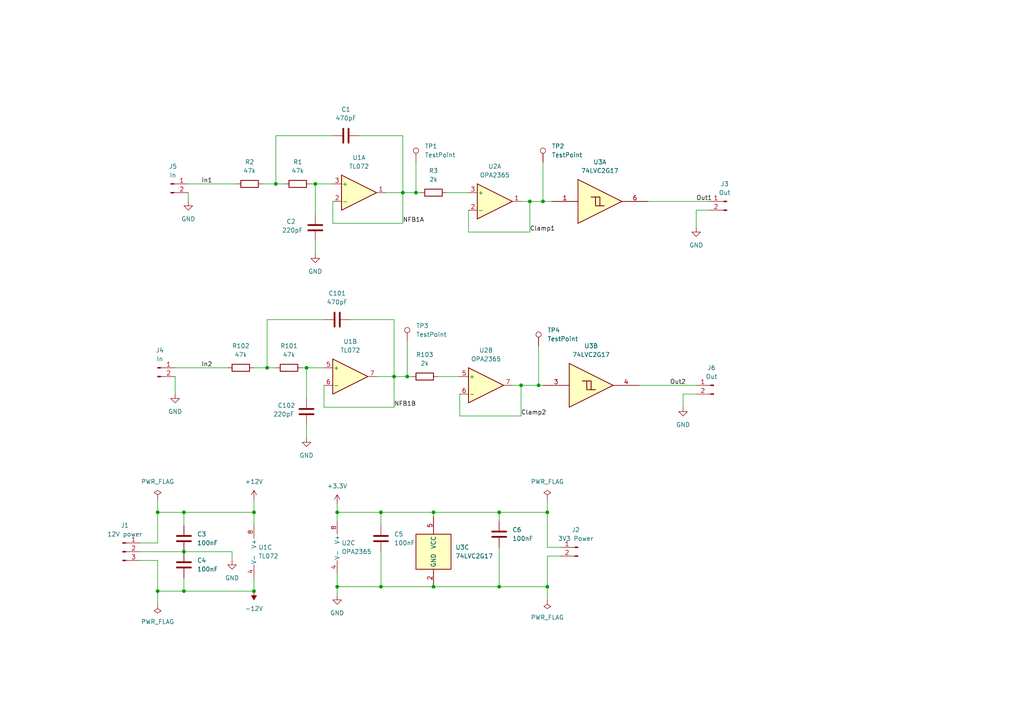
<source format=kicad_sch>
(kicad_sch
	(version 20231120)
	(generator "eeschema")
	(generator_version "8.0")
	(uuid "660bc14f-11db-4cd0-a698-34cdd12126cb")
	(paper "A4")
	(title_block
		(title "Autotune input")
		(date "2024-08-09")
	)
	(lib_symbols
		(symbol "74xGxx:74LVC2G17"
			(exclude_from_sim no)
			(in_bom yes)
			(on_board yes)
			(property "Reference" "U"
				(at -1.27 7.62 0)
				(effects
					(font
						(size 1.27 1.27)
					)
				)
			)
			(property "Value" "74LVC2G17"
				(at 2.54 -7.62 0)
				(effects
					(font
						(size 1.27 1.27)
					)
				)
			)
			(property "Footprint" ""
				(at 0 0 0)
				(effects
					(font
						(size 1.27 1.27)
					)
					(hide yes)
				)
			)
			(property "Datasheet" "http://www.ti.com/lit/sg/scyt129e/scyt129e.pdf"
				(at 0 0 0)
				(effects
					(font
						(size 1.27 1.27)
					)
					(hide yes)
				)
			)
			(property "Description" "Dual Buffer, Schmitt Triggered, Low-Voltage CMOS"
				(at 0 0 0)
				(effects
					(font
						(size 1.27 1.27)
					)
					(hide yes)
				)
			)
			(property "ki_keywords" "Dual Buffer Schmitt LVC CMOS"
				(at 0 0 0)
				(effects
					(font
						(size 1.27 1.27)
					)
					(hide yes)
				)
			)
			(property "ki_fp_filters" "SG-* SOT*"
				(at 0 0 0)
				(effects
					(font
						(size 1.27 1.27)
					)
					(hide yes)
				)
			)
			(symbol "74LVC2G17_1_1"
				(polyline
					(pts
						(xy -2.54 1.27) (xy -1.27 1.27) (xy -1.27 -1.27)
					)
					(stroke
						(width 0.254)
						(type default)
					)
					(fill
						(type background)
					)
				)
				(polyline
					(pts
						(xy -7.62 6.35) (xy -7.62 -6.35) (xy 5.08 0) (xy -7.62 6.35)
					)
					(stroke
						(width 0.254)
						(type default)
					)
					(fill
						(type background)
					)
				)
				(polyline
					(pts
						(xy -3.81 1.27) (xy -2.54 1.27) (xy -2.54 -1.27) (xy 0 -1.27)
					)
					(stroke
						(width 0.254)
						(type default)
					)
					(fill
						(type background)
					)
				)
				(pin input line
					(at -15.24 0 0)
					(length 7.62)
					(name "~"
						(effects
							(font
								(size 1.27 1.27)
							)
						)
					)
					(number "1"
						(effects
							(font
								(size 1.27 1.27)
							)
						)
					)
				)
				(pin output line
					(at 12.7 0 180)
					(length 7.62)
					(name "~"
						(effects
							(font
								(size 1.27 1.27)
							)
						)
					)
					(number "6"
						(effects
							(font
								(size 1.27 1.27)
							)
						)
					)
				)
			)
			(symbol "74LVC2G17_2_1"
				(polyline
					(pts
						(xy -2.54 1.27) (xy -1.27 1.27) (xy -1.27 -1.27)
					)
					(stroke
						(width 0.254)
						(type default)
					)
					(fill
						(type background)
					)
				)
				(polyline
					(pts
						(xy -7.62 6.35) (xy -7.62 -6.35) (xy 5.08 0) (xy -7.62 6.35)
					)
					(stroke
						(width 0.254)
						(type default)
					)
					(fill
						(type background)
					)
				)
				(polyline
					(pts
						(xy -3.81 1.27) (xy -2.54 1.27) (xy -2.54 -1.27) (xy 0 -1.27)
					)
					(stroke
						(width 0.254)
						(type default)
					)
					(fill
						(type background)
					)
				)
				(pin input line
					(at -15.24 0 0)
					(length 7.62)
					(name "~"
						(effects
							(font
								(size 1.27 1.27)
							)
						)
					)
					(number "3"
						(effects
							(font
								(size 1.27 1.27)
							)
						)
					)
				)
				(pin output line
					(at 12.7 0 180)
					(length 7.62)
					(name "~"
						(effects
							(font
								(size 1.27 1.27)
							)
						)
					)
					(number "4"
						(effects
							(font
								(size 1.27 1.27)
							)
						)
					)
				)
			)
			(symbol "74LVC2G17_3_0"
				(rectangle
					(start -5.08 -5.08)
					(end 5.08 5.08)
					(stroke
						(width 0.254)
						(type default)
					)
					(fill
						(type background)
					)
				)
			)
			(symbol "74LVC2G17_3_1"
				(pin power_in line
					(at 0 -10.16 90)
					(length 5.08)
					(name "GND"
						(effects
							(font
								(size 1.27 1.27)
							)
						)
					)
					(number "2"
						(effects
							(font
								(size 1.27 1.27)
							)
						)
					)
				)
				(pin power_in line
					(at 0 10.16 270)
					(length 5.08)
					(name "VCC"
						(effects
							(font
								(size 1.27 1.27)
							)
						)
					)
					(number "5"
						(effects
							(font
								(size 1.27 1.27)
							)
						)
					)
				)
			)
		)
		(symbol "Amplifier_Operational:TL072"
			(pin_names
				(offset 0.127)
			)
			(exclude_from_sim no)
			(in_bom yes)
			(on_board yes)
			(property "Reference" "U"
				(at 0 5.08 0)
				(effects
					(font
						(size 1.27 1.27)
					)
					(justify left)
				)
			)
			(property "Value" "TL072"
				(at 0 -5.08 0)
				(effects
					(font
						(size 1.27 1.27)
					)
					(justify left)
				)
			)
			(property "Footprint" ""
				(at 0 0 0)
				(effects
					(font
						(size 1.27 1.27)
					)
					(hide yes)
				)
			)
			(property "Datasheet" "http://www.ti.com/lit/ds/symlink/tl071.pdf"
				(at 0 0 0)
				(effects
					(font
						(size 1.27 1.27)
					)
					(hide yes)
				)
			)
			(property "Description" "Dual Low-Noise JFET-Input Operational Amplifiers, DIP-8/SOIC-8"
				(at 0 0 0)
				(effects
					(font
						(size 1.27 1.27)
					)
					(hide yes)
				)
			)
			(property "ki_locked" ""
				(at 0 0 0)
				(effects
					(font
						(size 1.27 1.27)
					)
				)
			)
			(property "ki_keywords" "dual opamp"
				(at 0 0 0)
				(effects
					(font
						(size 1.27 1.27)
					)
					(hide yes)
				)
			)
			(property "ki_fp_filters" "SOIC*3.9x4.9mm*P1.27mm* DIP*W7.62mm* TO*99* OnSemi*Micro8* TSSOP*3x3mm*P0.65mm* TSSOP*4.4x3mm*P0.65mm* MSOP*3x3mm*P0.65mm* SSOP*3.9x4.9mm*P0.635mm* LFCSP*2x2mm*P0.5mm* *SIP* SOIC*5.3x6.2mm*P1.27mm*"
				(at 0 0 0)
				(effects
					(font
						(size 1.27 1.27)
					)
					(hide yes)
				)
			)
			(symbol "TL072_1_1"
				(polyline
					(pts
						(xy -5.08 5.08) (xy 5.08 0) (xy -5.08 -5.08) (xy -5.08 5.08)
					)
					(stroke
						(width 0.254)
						(type default)
					)
					(fill
						(type background)
					)
				)
				(pin output line
					(at 7.62 0 180)
					(length 2.54)
					(name "~"
						(effects
							(font
								(size 1.27 1.27)
							)
						)
					)
					(number "1"
						(effects
							(font
								(size 1.27 1.27)
							)
						)
					)
				)
				(pin input line
					(at -7.62 -2.54 0)
					(length 2.54)
					(name "-"
						(effects
							(font
								(size 1.27 1.27)
							)
						)
					)
					(number "2"
						(effects
							(font
								(size 1.27 1.27)
							)
						)
					)
				)
				(pin input line
					(at -7.62 2.54 0)
					(length 2.54)
					(name "+"
						(effects
							(font
								(size 1.27 1.27)
							)
						)
					)
					(number "3"
						(effects
							(font
								(size 1.27 1.27)
							)
						)
					)
				)
			)
			(symbol "TL072_2_1"
				(polyline
					(pts
						(xy -5.08 5.08) (xy 5.08 0) (xy -5.08 -5.08) (xy -5.08 5.08)
					)
					(stroke
						(width 0.254)
						(type default)
					)
					(fill
						(type background)
					)
				)
				(pin input line
					(at -7.62 2.54 0)
					(length 2.54)
					(name "+"
						(effects
							(font
								(size 1.27 1.27)
							)
						)
					)
					(number "5"
						(effects
							(font
								(size 1.27 1.27)
							)
						)
					)
				)
				(pin input line
					(at -7.62 -2.54 0)
					(length 2.54)
					(name "-"
						(effects
							(font
								(size 1.27 1.27)
							)
						)
					)
					(number "6"
						(effects
							(font
								(size 1.27 1.27)
							)
						)
					)
				)
				(pin output line
					(at 7.62 0 180)
					(length 2.54)
					(name "~"
						(effects
							(font
								(size 1.27 1.27)
							)
						)
					)
					(number "7"
						(effects
							(font
								(size 1.27 1.27)
							)
						)
					)
				)
			)
			(symbol "TL072_3_1"
				(pin power_in line
					(at -2.54 -7.62 90)
					(length 3.81)
					(name "V-"
						(effects
							(font
								(size 1.27 1.27)
							)
						)
					)
					(number "4"
						(effects
							(font
								(size 1.27 1.27)
							)
						)
					)
				)
				(pin power_in line
					(at -2.54 7.62 270)
					(length 3.81)
					(name "V+"
						(effects
							(font
								(size 1.27 1.27)
							)
						)
					)
					(number "8"
						(effects
							(font
								(size 1.27 1.27)
							)
						)
					)
				)
			)
		)
		(symbol "Connector:Conn_01x02_Pin"
			(pin_names
				(offset 1.016) hide)
			(exclude_from_sim no)
			(in_bom yes)
			(on_board yes)
			(property "Reference" "J"
				(at 0 2.54 0)
				(effects
					(font
						(size 1.27 1.27)
					)
				)
			)
			(property "Value" "Conn_01x02_Pin"
				(at 0 -5.08 0)
				(effects
					(font
						(size 1.27 1.27)
					)
				)
			)
			(property "Footprint" ""
				(at 0 0 0)
				(effects
					(font
						(size 1.27 1.27)
					)
					(hide yes)
				)
			)
			(property "Datasheet" "~"
				(at 0 0 0)
				(effects
					(font
						(size 1.27 1.27)
					)
					(hide yes)
				)
			)
			(property "Description" "Generic connector, single row, 01x02, script generated"
				(at 0 0 0)
				(effects
					(font
						(size 1.27 1.27)
					)
					(hide yes)
				)
			)
			(property "ki_locked" ""
				(at 0 0 0)
				(effects
					(font
						(size 1.27 1.27)
					)
				)
			)
			(property "ki_keywords" "connector"
				(at 0 0 0)
				(effects
					(font
						(size 1.27 1.27)
					)
					(hide yes)
				)
			)
			(property "ki_fp_filters" "Connector*:*_1x??_*"
				(at 0 0 0)
				(effects
					(font
						(size 1.27 1.27)
					)
					(hide yes)
				)
			)
			(symbol "Conn_01x02_Pin_1_1"
				(polyline
					(pts
						(xy 1.27 -2.54) (xy 0.8636 -2.54)
					)
					(stroke
						(width 0.1524)
						(type default)
					)
					(fill
						(type none)
					)
				)
				(polyline
					(pts
						(xy 1.27 0) (xy 0.8636 0)
					)
					(stroke
						(width 0.1524)
						(type default)
					)
					(fill
						(type none)
					)
				)
				(rectangle
					(start 0.8636 -2.413)
					(end 0 -2.667)
					(stroke
						(width 0.1524)
						(type default)
					)
					(fill
						(type outline)
					)
				)
				(rectangle
					(start 0.8636 0.127)
					(end 0 -0.127)
					(stroke
						(width 0.1524)
						(type default)
					)
					(fill
						(type outline)
					)
				)
				(pin passive line
					(at 5.08 0 180)
					(length 3.81)
					(name "Pin_1"
						(effects
							(font
								(size 1.27 1.27)
							)
						)
					)
					(number "1"
						(effects
							(font
								(size 1.27 1.27)
							)
						)
					)
				)
				(pin passive line
					(at 5.08 -2.54 180)
					(length 3.81)
					(name "Pin_2"
						(effects
							(font
								(size 1.27 1.27)
							)
						)
					)
					(number "2"
						(effects
							(font
								(size 1.27 1.27)
							)
						)
					)
				)
			)
		)
		(symbol "Connector:Conn_01x03_Pin"
			(pin_names
				(offset 1.016) hide)
			(exclude_from_sim no)
			(in_bom yes)
			(on_board yes)
			(property "Reference" "J"
				(at 0 5.08 0)
				(effects
					(font
						(size 1.27 1.27)
					)
				)
			)
			(property "Value" "Conn_01x03_Pin"
				(at 0 -5.08 0)
				(effects
					(font
						(size 1.27 1.27)
					)
				)
			)
			(property "Footprint" ""
				(at 0 0 0)
				(effects
					(font
						(size 1.27 1.27)
					)
					(hide yes)
				)
			)
			(property "Datasheet" "~"
				(at 0 0 0)
				(effects
					(font
						(size 1.27 1.27)
					)
					(hide yes)
				)
			)
			(property "Description" "Generic connector, single row, 01x03, script generated"
				(at 0 0 0)
				(effects
					(font
						(size 1.27 1.27)
					)
					(hide yes)
				)
			)
			(property "ki_locked" ""
				(at 0 0 0)
				(effects
					(font
						(size 1.27 1.27)
					)
				)
			)
			(property "ki_keywords" "connector"
				(at 0 0 0)
				(effects
					(font
						(size 1.27 1.27)
					)
					(hide yes)
				)
			)
			(property "ki_fp_filters" "Connector*:*_1x??_*"
				(at 0 0 0)
				(effects
					(font
						(size 1.27 1.27)
					)
					(hide yes)
				)
			)
			(symbol "Conn_01x03_Pin_1_1"
				(polyline
					(pts
						(xy 1.27 -2.54) (xy 0.8636 -2.54)
					)
					(stroke
						(width 0.1524)
						(type default)
					)
					(fill
						(type none)
					)
				)
				(polyline
					(pts
						(xy 1.27 0) (xy 0.8636 0)
					)
					(stroke
						(width 0.1524)
						(type default)
					)
					(fill
						(type none)
					)
				)
				(polyline
					(pts
						(xy 1.27 2.54) (xy 0.8636 2.54)
					)
					(stroke
						(width 0.1524)
						(type default)
					)
					(fill
						(type none)
					)
				)
				(rectangle
					(start 0.8636 -2.413)
					(end 0 -2.667)
					(stroke
						(width 0.1524)
						(type default)
					)
					(fill
						(type outline)
					)
				)
				(rectangle
					(start 0.8636 0.127)
					(end 0 -0.127)
					(stroke
						(width 0.1524)
						(type default)
					)
					(fill
						(type outline)
					)
				)
				(rectangle
					(start 0.8636 2.667)
					(end 0 2.413)
					(stroke
						(width 0.1524)
						(type default)
					)
					(fill
						(type outline)
					)
				)
				(pin passive line
					(at 5.08 2.54 180)
					(length 3.81)
					(name "Pin_1"
						(effects
							(font
								(size 1.27 1.27)
							)
						)
					)
					(number "1"
						(effects
							(font
								(size 1.27 1.27)
							)
						)
					)
				)
				(pin passive line
					(at 5.08 0 180)
					(length 3.81)
					(name "Pin_2"
						(effects
							(font
								(size 1.27 1.27)
							)
						)
					)
					(number "2"
						(effects
							(font
								(size 1.27 1.27)
							)
						)
					)
				)
				(pin passive line
					(at 5.08 -2.54 180)
					(length 3.81)
					(name "Pin_3"
						(effects
							(font
								(size 1.27 1.27)
							)
						)
					)
					(number "3"
						(effects
							(font
								(size 1.27 1.27)
							)
						)
					)
				)
			)
		)
		(symbol "Connector:TestPoint"
			(pin_numbers hide)
			(pin_names
				(offset 0.762) hide)
			(exclude_from_sim no)
			(in_bom yes)
			(on_board yes)
			(property "Reference" "TP"
				(at 0 6.858 0)
				(effects
					(font
						(size 1.27 1.27)
					)
				)
			)
			(property "Value" "TestPoint"
				(at 0 5.08 0)
				(effects
					(font
						(size 1.27 1.27)
					)
				)
			)
			(property "Footprint" ""
				(at 5.08 0 0)
				(effects
					(font
						(size 1.27 1.27)
					)
					(hide yes)
				)
			)
			(property "Datasheet" "~"
				(at 5.08 0 0)
				(effects
					(font
						(size 1.27 1.27)
					)
					(hide yes)
				)
			)
			(property "Description" "test point"
				(at 0 0 0)
				(effects
					(font
						(size 1.27 1.27)
					)
					(hide yes)
				)
			)
			(property "ki_keywords" "test point tp"
				(at 0 0 0)
				(effects
					(font
						(size 1.27 1.27)
					)
					(hide yes)
				)
			)
			(property "ki_fp_filters" "Pin* Test*"
				(at 0 0 0)
				(effects
					(font
						(size 1.27 1.27)
					)
					(hide yes)
				)
			)
			(symbol "TestPoint_0_1"
				(circle
					(center 0 3.302)
					(radius 0.762)
					(stroke
						(width 0)
						(type default)
					)
					(fill
						(type none)
					)
				)
			)
			(symbol "TestPoint_1_1"
				(pin passive line
					(at 0 0 90)
					(length 2.54)
					(name "1"
						(effects
							(font
								(size 1.27 1.27)
							)
						)
					)
					(number "1"
						(effects
							(font
								(size 1.27 1.27)
							)
						)
					)
				)
			)
		)
		(symbol "Device:C"
			(pin_numbers hide)
			(pin_names
				(offset 0.254)
			)
			(exclude_from_sim no)
			(in_bom yes)
			(on_board yes)
			(property "Reference" "C"
				(at 0.635 2.54 0)
				(effects
					(font
						(size 1.27 1.27)
					)
					(justify left)
				)
			)
			(property "Value" "C"
				(at 0.635 -2.54 0)
				(effects
					(font
						(size 1.27 1.27)
					)
					(justify left)
				)
			)
			(property "Footprint" ""
				(at 0.9652 -3.81 0)
				(effects
					(font
						(size 1.27 1.27)
					)
					(hide yes)
				)
			)
			(property "Datasheet" "~"
				(at 0 0 0)
				(effects
					(font
						(size 1.27 1.27)
					)
					(hide yes)
				)
			)
			(property "Description" "Unpolarized capacitor"
				(at 0 0 0)
				(effects
					(font
						(size 1.27 1.27)
					)
					(hide yes)
				)
			)
			(property "ki_keywords" "cap capacitor"
				(at 0 0 0)
				(effects
					(font
						(size 1.27 1.27)
					)
					(hide yes)
				)
			)
			(property "ki_fp_filters" "C_*"
				(at 0 0 0)
				(effects
					(font
						(size 1.27 1.27)
					)
					(hide yes)
				)
			)
			(symbol "C_0_1"
				(polyline
					(pts
						(xy -2.032 -0.762) (xy 2.032 -0.762)
					)
					(stroke
						(width 0.508)
						(type default)
					)
					(fill
						(type none)
					)
				)
				(polyline
					(pts
						(xy -2.032 0.762) (xy 2.032 0.762)
					)
					(stroke
						(width 0.508)
						(type default)
					)
					(fill
						(type none)
					)
				)
			)
			(symbol "C_1_1"
				(pin passive line
					(at 0 3.81 270)
					(length 2.794)
					(name "~"
						(effects
							(font
								(size 1.27 1.27)
							)
						)
					)
					(number "1"
						(effects
							(font
								(size 1.27 1.27)
							)
						)
					)
				)
				(pin passive line
					(at 0 -3.81 90)
					(length 2.794)
					(name "~"
						(effects
							(font
								(size 1.27 1.27)
							)
						)
					)
					(number "2"
						(effects
							(font
								(size 1.27 1.27)
							)
						)
					)
				)
			)
		)
		(symbol "Device:R"
			(pin_numbers hide)
			(pin_names
				(offset 0)
			)
			(exclude_from_sim no)
			(in_bom yes)
			(on_board yes)
			(property "Reference" "R"
				(at 2.032 0 90)
				(effects
					(font
						(size 1.27 1.27)
					)
				)
			)
			(property "Value" "R"
				(at 0 0 90)
				(effects
					(font
						(size 1.27 1.27)
					)
				)
			)
			(property "Footprint" ""
				(at -1.778 0 90)
				(effects
					(font
						(size 1.27 1.27)
					)
					(hide yes)
				)
			)
			(property "Datasheet" "~"
				(at 0 0 0)
				(effects
					(font
						(size 1.27 1.27)
					)
					(hide yes)
				)
			)
			(property "Description" "Resistor"
				(at 0 0 0)
				(effects
					(font
						(size 1.27 1.27)
					)
					(hide yes)
				)
			)
			(property "ki_keywords" "R res resistor"
				(at 0 0 0)
				(effects
					(font
						(size 1.27 1.27)
					)
					(hide yes)
				)
			)
			(property "ki_fp_filters" "R_*"
				(at 0 0 0)
				(effects
					(font
						(size 1.27 1.27)
					)
					(hide yes)
				)
			)
			(symbol "R_0_1"
				(rectangle
					(start -1.016 -2.54)
					(end 1.016 2.54)
					(stroke
						(width 0.254)
						(type default)
					)
					(fill
						(type none)
					)
				)
			)
			(symbol "R_1_1"
				(pin passive line
					(at 0 3.81 270)
					(length 1.27)
					(name "~"
						(effects
							(font
								(size 1.27 1.27)
							)
						)
					)
					(number "1"
						(effects
							(font
								(size 1.27 1.27)
							)
						)
					)
				)
				(pin passive line
					(at 0 -3.81 90)
					(length 1.27)
					(name "~"
						(effects
							(font
								(size 1.27 1.27)
							)
						)
					)
					(number "2"
						(effects
							(font
								(size 1.27 1.27)
							)
						)
					)
				)
			)
		)
		(symbol "EuroRackTools:+12V"
			(power)
			(pin_names
				(offset 0)
			)
			(exclude_from_sim no)
			(in_bom yes)
			(on_board yes)
			(property "Reference" "#PWR"
				(at 0 -3.81 0)
				(effects
					(font
						(size 1.27 1.27)
					)
					(hide yes)
				)
			)
			(property "Value" "+12V"
				(at 0 3.556 0)
				(effects
					(font
						(size 1.27 1.27)
					)
				)
			)
			(property "Footprint" ""
				(at 0 0 0)
				(effects
					(font
						(size 1.27 1.27)
					)
					(hide yes)
				)
			)
			(property "Datasheet" ""
				(at 0 0 0)
				(effects
					(font
						(size 1.27 1.27)
					)
					(hide yes)
				)
			)
			(property "Description" "Power symbol creates a global label with name \"+12V\""
				(at 0 0 0)
				(effects
					(font
						(size 1.27 1.27)
					)
					(hide yes)
				)
			)
			(property "ki_keywords" "global power"
				(at 0 0 0)
				(effects
					(font
						(size 1.27 1.27)
					)
					(hide yes)
				)
			)
			(symbol "+12V_0_1"
				(polyline
					(pts
						(xy -0.762 1.27) (xy 0 2.54)
					)
					(stroke
						(width 0)
						(type default)
					)
					(fill
						(type none)
					)
				)
				(polyline
					(pts
						(xy 0 0) (xy 0 2.54)
					)
					(stroke
						(width 0)
						(type default)
					)
					(fill
						(type none)
					)
				)
				(polyline
					(pts
						(xy 0 2.54) (xy 0.762 1.27)
					)
					(stroke
						(width 0)
						(type default)
					)
					(fill
						(type none)
					)
				)
			)
			(symbol "+12V_1_1"
				(pin power_in line
					(at 0 0 90)
					(length 0) hide
					(name "+12V"
						(effects
							(font
								(size 1.27 1.27)
							)
						)
					)
					(number "1"
						(effects
							(font
								(size 1.27 1.27)
							)
						)
					)
				)
			)
		)
		(symbol "EuroRackTools:-12V"
			(power)
			(pin_names
				(offset 0)
			)
			(exclude_from_sim no)
			(in_bom yes)
			(on_board yes)
			(property "Reference" "#PWR"
				(at 0 2.54 0)
				(effects
					(font
						(size 1.27 1.27)
					)
					(hide yes)
				)
			)
			(property "Value" "-12V"
				(at 0 3.81 0)
				(effects
					(font
						(size 1.27 1.27)
					)
				)
			)
			(property "Footprint" ""
				(at 0 0 0)
				(effects
					(font
						(size 1.27 1.27)
					)
					(hide yes)
				)
			)
			(property "Datasheet" ""
				(at 0 0 0)
				(effects
					(font
						(size 1.27 1.27)
					)
					(hide yes)
				)
			)
			(property "Description" "Power symbol creates a global label with name \"-12V\""
				(at 0 0 0)
				(effects
					(font
						(size 1.27 1.27)
					)
					(hide yes)
				)
			)
			(property "ki_keywords" "global power"
				(at 0 0 0)
				(effects
					(font
						(size 1.27 1.27)
					)
					(hide yes)
				)
			)
			(symbol "-12V_0_0"
				(pin power_in line
					(at 0 0 90)
					(length 0) hide
					(name "-12V"
						(effects
							(font
								(size 1.27 1.27)
							)
						)
					)
					(number "1"
						(effects
							(font
								(size 1.27 1.27)
							)
						)
					)
				)
			)
			(symbol "-12V_0_1"
				(polyline
					(pts
						(xy 0 0) (xy 0 1.27) (xy 0.762 1.27) (xy 0 2.54) (xy -0.762 1.27) (xy 0 1.27)
					)
					(stroke
						(width 0)
						(type default)
					)
					(fill
						(type outline)
					)
				)
			)
		)
		(symbol "EuroRackTools:GND"
			(power)
			(pin_names
				(offset 0)
			)
			(exclude_from_sim no)
			(in_bom yes)
			(on_board yes)
			(property "Reference" "#PWR"
				(at 0 -6.35 0)
				(effects
					(font
						(size 1.27 1.27)
					)
					(hide yes)
				)
			)
			(property "Value" "GND"
				(at 0 -3.81 0)
				(effects
					(font
						(size 1.27 1.27)
					)
				)
			)
			(property "Footprint" ""
				(at 0 0 0)
				(effects
					(font
						(size 1.27 1.27)
					)
					(hide yes)
				)
			)
			(property "Datasheet" ""
				(at 0 0 0)
				(effects
					(font
						(size 1.27 1.27)
					)
					(hide yes)
				)
			)
			(property "Description" "Power symbol creates a global label with name \"GND\" , ground"
				(at 0 0 0)
				(effects
					(font
						(size 1.27 1.27)
					)
					(hide yes)
				)
			)
			(property "ki_keywords" "global power"
				(at 0 0 0)
				(effects
					(font
						(size 1.27 1.27)
					)
					(hide yes)
				)
			)
			(symbol "GND_0_1"
				(polyline
					(pts
						(xy 0 0) (xy 0 -1.27) (xy 1.27 -1.27) (xy 0 -2.54) (xy -1.27 -1.27) (xy 0 -1.27)
					)
					(stroke
						(width 0)
						(type default)
					)
					(fill
						(type none)
					)
				)
			)
			(symbol "GND_1_1"
				(pin power_in line
					(at 0 0 270)
					(length 0) hide
					(name "GND"
						(effects
							(font
								(size 1.27 1.27)
							)
						)
					)
					(number "1"
						(effects
							(font
								(size 1.27 1.27)
							)
						)
					)
				)
			)
		)
		(symbol "OPA2365:OPA2365"
			(pin_names
				(offset 0.127)
			)
			(exclude_from_sim no)
			(in_bom yes)
			(on_board yes)
			(property "Reference" "U"
				(at 0 5.08 0)
				(effects
					(font
						(size 1.27 1.27)
					)
					(justify left)
				)
			)
			(property "Value" "OPA2365"
				(at 0 -5.08 0)
				(effects
					(font
						(size 1.27 1.27)
					)
					(justify left)
				)
			)
			(property "Footprint" ""
				(at 0 0 0)
				(effects
					(font
						(size 1.27 1.27)
					)
					(hide yes)
				)
			)
			(property "Datasheet" "https://www.ti.com/lit/gpn/opa2365"
				(at 0 0 0)
				(effects
					(font
						(size 1.27 1.27)
					)
					(hide yes)
				)
			)
			(property "Description" "Dual Fast-Recovery, Rail-to_rail IO Operational Amplifiers, SOIC-8"
				(at 0 0 0)
				(effects
					(font
						(size 1.27 1.27)
					)
					(hide yes)
				)
			)
			(property "ki_locked" ""
				(at 0 0 0)
				(effects
					(font
						(size 1.27 1.27)
					)
				)
			)
			(property "ki_keywords" "dual opamp"
				(at 0 0 0)
				(effects
					(font
						(size 1.27 1.27)
					)
					(hide yes)
				)
			)
			(property "ki_fp_filters" "SOIC*3.9x4.9mm*P1.27mm* DIP*W7.62mm* TO*99* OnSemi*Micro8* TSSOP*3x3mm*P0.65mm* TSSOP*4.4x3mm*P0.65mm* MSOP*3x3mm*P0.65mm* SSOP*3.9x4.9mm*P0.635mm* LFCSP*2x2mm*P0.5mm* *SIP* SOIC*5.3x6.2mm*P1.27mm*"
				(at 0 0 0)
				(effects
					(font
						(size 1.27 1.27)
					)
					(hide yes)
				)
			)
			(symbol "OPA2365_1_1"
				(polyline
					(pts
						(xy -5.08 5.08) (xy 5.08 0) (xy -5.08 -5.08) (xy -5.08 5.08)
					)
					(stroke
						(width 0.254)
						(type default)
					)
					(fill
						(type background)
					)
				)
				(pin output line
					(at 7.62 0 180)
					(length 2.54)
					(name "~"
						(effects
							(font
								(size 1.27 1.27)
							)
						)
					)
					(number "1"
						(effects
							(font
								(size 1.27 1.27)
							)
						)
					)
				)
				(pin input line
					(at -7.62 -2.54 0)
					(length 2.54)
					(name "-"
						(effects
							(font
								(size 1.27 1.27)
							)
						)
					)
					(number "2"
						(effects
							(font
								(size 1.27 1.27)
							)
						)
					)
				)
				(pin input line
					(at -7.62 2.54 0)
					(length 2.54)
					(name "+"
						(effects
							(font
								(size 1.27 1.27)
							)
						)
					)
					(number "3"
						(effects
							(font
								(size 1.27 1.27)
							)
						)
					)
				)
			)
			(symbol "OPA2365_2_1"
				(polyline
					(pts
						(xy -5.08 5.08) (xy 5.08 0) (xy -5.08 -5.08) (xy -5.08 5.08)
					)
					(stroke
						(width 0.254)
						(type default)
					)
					(fill
						(type background)
					)
				)
				(pin input line
					(at -7.62 2.54 0)
					(length 2.54)
					(name "+"
						(effects
							(font
								(size 1.27 1.27)
							)
						)
					)
					(number "5"
						(effects
							(font
								(size 1.27 1.27)
							)
						)
					)
				)
				(pin input line
					(at -7.62 -2.54 0)
					(length 2.54)
					(name "-"
						(effects
							(font
								(size 1.27 1.27)
							)
						)
					)
					(number "6"
						(effects
							(font
								(size 1.27 1.27)
							)
						)
					)
				)
				(pin output line
					(at 7.62 0 180)
					(length 2.54)
					(name "~"
						(effects
							(font
								(size 1.27 1.27)
							)
						)
					)
					(number "7"
						(effects
							(font
								(size 1.27 1.27)
							)
						)
					)
				)
			)
			(symbol "OPA2365_3_1"
				(pin power_in line
					(at -2.54 -7.62 90)
					(length 3.81)
					(name "V-"
						(effects
							(font
								(size 1.27 1.27)
							)
						)
					)
					(number "4"
						(effects
							(font
								(size 1.27 1.27)
							)
						)
					)
				)
				(pin power_in line
					(at -2.54 7.62 270)
					(length 3.81)
					(name "V+"
						(effects
							(font
								(size 1.27 1.27)
							)
						)
					)
					(number "8"
						(effects
							(font
								(size 1.27 1.27)
							)
						)
					)
				)
			)
		)
		(symbol "power:+3.3V"
			(power)
			(pin_numbers hide)
			(pin_names
				(offset 0) hide)
			(exclude_from_sim no)
			(in_bom yes)
			(on_board yes)
			(property "Reference" "#PWR"
				(at 0 -3.81 0)
				(effects
					(font
						(size 1.27 1.27)
					)
					(hide yes)
				)
			)
			(property "Value" "+3.3V"
				(at 0 3.556 0)
				(effects
					(font
						(size 1.27 1.27)
					)
				)
			)
			(property "Footprint" ""
				(at 0 0 0)
				(effects
					(font
						(size 1.27 1.27)
					)
					(hide yes)
				)
			)
			(property "Datasheet" ""
				(at 0 0 0)
				(effects
					(font
						(size 1.27 1.27)
					)
					(hide yes)
				)
			)
			(property "Description" "Power symbol creates a global label with name \"+3.3V\""
				(at 0 0 0)
				(effects
					(font
						(size 1.27 1.27)
					)
					(hide yes)
				)
			)
			(property "ki_keywords" "global power"
				(at 0 0 0)
				(effects
					(font
						(size 1.27 1.27)
					)
					(hide yes)
				)
			)
			(symbol "+3.3V_0_1"
				(polyline
					(pts
						(xy -0.762 1.27) (xy 0 2.54)
					)
					(stroke
						(width 0)
						(type default)
					)
					(fill
						(type none)
					)
				)
				(polyline
					(pts
						(xy 0 0) (xy 0 2.54)
					)
					(stroke
						(width 0)
						(type default)
					)
					(fill
						(type none)
					)
				)
				(polyline
					(pts
						(xy 0 2.54) (xy 0.762 1.27)
					)
					(stroke
						(width 0)
						(type default)
					)
					(fill
						(type none)
					)
				)
			)
			(symbol "+3.3V_1_1"
				(pin power_in line
					(at 0 0 90)
					(length 0)
					(name "~"
						(effects
							(font
								(size 1.27 1.27)
							)
						)
					)
					(number "1"
						(effects
							(font
								(size 1.27 1.27)
							)
						)
					)
				)
			)
		)
		(symbol "power:PWR_FLAG"
			(power)
			(pin_numbers hide)
			(pin_names
				(offset 0) hide)
			(exclude_from_sim no)
			(in_bom yes)
			(on_board yes)
			(property "Reference" "#FLG"
				(at 0 1.905 0)
				(effects
					(font
						(size 1.27 1.27)
					)
					(hide yes)
				)
			)
			(property "Value" "PWR_FLAG"
				(at 0 3.81 0)
				(effects
					(font
						(size 1.27 1.27)
					)
				)
			)
			(property "Footprint" ""
				(at 0 0 0)
				(effects
					(font
						(size 1.27 1.27)
					)
					(hide yes)
				)
			)
			(property "Datasheet" "~"
				(at 0 0 0)
				(effects
					(font
						(size 1.27 1.27)
					)
					(hide yes)
				)
			)
			(property "Description" "Special symbol for telling ERC where power comes from"
				(at 0 0 0)
				(effects
					(font
						(size 1.27 1.27)
					)
					(hide yes)
				)
			)
			(property "ki_keywords" "flag power"
				(at 0 0 0)
				(effects
					(font
						(size 1.27 1.27)
					)
					(hide yes)
				)
			)
			(symbol "PWR_FLAG_0_0"
				(pin power_out line
					(at 0 0 90)
					(length 0)
					(name "~"
						(effects
							(font
								(size 1.27 1.27)
							)
						)
					)
					(number "1"
						(effects
							(font
								(size 1.27 1.27)
							)
						)
					)
				)
			)
			(symbol "PWR_FLAG_0_1"
				(polyline
					(pts
						(xy 0 0) (xy 0 1.27) (xy -1.016 1.905) (xy 0 2.54) (xy 1.016 1.905) (xy 0 1.27)
					)
					(stroke
						(width 0)
						(type default)
					)
					(fill
						(type none)
					)
				)
			)
		)
	)
	(junction
		(at 118.11 109.22)
		(diameter 0)
		(color 0 0 0 0)
		(uuid "0687aba8-416c-4b92-bc82-c4bc2d027534")
	)
	(junction
		(at 80.01 53.34)
		(diameter 0)
		(color 0 0 0 0)
		(uuid "07550fa2-6d9c-41d3-98df-12dca77917fe")
	)
	(junction
		(at 73.66 171.45)
		(diameter 0)
		(color 0 0 0 0)
		(uuid "07690ffa-6c44-4901-9567-18239020adb2")
	)
	(junction
		(at 73.66 148.59)
		(diameter 0)
		(color 0 0 0 0)
		(uuid "14876ae6-3d67-4652-99bf-39a51a63cd45")
	)
	(junction
		(at 110.49 148.59)
		(diameter 0)
		(color 0 0 0 0)
		(uuid "17e23671-628d-47a2-a90d-a4e202447868")
	)
	(junction
		(at 53.34 160.02)
		(diameter 0)
		(color 0 0 0 0)
		(uuid "27571048-7f36-4a58-83f0-c113ddf5995f")
	)
	(junction
		(at 116.84 55.88)
		(diameter 0)
		(color 0 0 0 0)
		(uuid "33657460-b144-43dc-bc8f-86f61234037a")
	)
	(junction
		(at 144.78 170.18)
		(diameter 0)
		(color 0 0 0 0)
		(uuid "387e3d78-017e-4ea4-821a-462e5758f28c")
	)
	(junction
		(at 157.48 58.42)
		(diameter 0)
		(color 0 0 0 0)
		(uuid "41823fd4-ada4-44e9-9f9a-6829a1483783")
	)
	(junction
		(at 125.73 170.18)
		(diameter 0)
		(color 0 0 0 0)
		(uuid "47c95456-0ce3-4e4c-9b37-e104f2d20f3a")
	)
	(junction
		(at 53.34 148.59)
		(diameter 0)
		(color 0 0 0 0)
		(uuid "65b6af83-254d-48cf-a84f-24819b5b92cb")
	)
	(junction
		(at 151.13 111.76)
		(diameter 0)
		(color 0 0 0 0)
		(uuid "6f930ce3-06be-4b4f-9144-bf63491047e0")
	)
	(junction
		(at 45.72 148.59)
		(diameter 0)
		(color 0 0 0 0)
		(uuid "764140ac-80ea-484c-b65c-8040cf02cbb1")
	)
	(junction
		(at 53.34 171.45)
		(diameter 0)
		(color 0 0 0 0)
		(uuid "76c04f63-8c14-4614-8ac6-1f4a2219ca8e")
	)
	(junction
		(at 153.67 58.42)
		(diameter 0)
		(color 0 0 0 0)
		(uuid "791faf81-7900-4781-8441-4c16fc91ba5d")
	)
	(junction
		(at 45.72 171.45)
		(diameter 0)
		(color 0 0 0 0)
		(uuid "87e817ac-4e30-49e2-9cf9-a2642f787702")
	)
	(junction
		(at 144.78 148.59)
		(diameter 0)
		(color 0 0 0 0)
		(uuid "88bd1580-0f15-4cc5-aec1-f5ee3b19d494")
	)
	(junction
		(at 91.44 53.34)
		(diameter 0)
		(color 0 0 0 0)
		(uuid "8c558ce3-ecfa-494e-98cc-acbb4c8610aa")
	)
	(junction
		(at 158.75 148.59)
		(diameter 0)
		(color 0 0 0 0)
		(uuid "93f1d151-03bd-44fb-a904-b8eaed09f558")
	)
	(junction
		(at 88.9 106.68)
		(diameter 0)
		(color 0 0 0 0)
		(uuid "b11d54bb-25b0-4a9e-b920-24ce275c8d28")
	)
	(junction
		(at 120.65 55.88)
		(diameter 0)
		(color 0 0 0 0)
		(uuid "b1b9d9ee-5a41-41f3-a883-b3e2c582de7d")
	)
	(junction
		(at 97.79 148.59)
		(diameter 0)
		(color 0 0 0 0)
		(uuid "bcb2b1f2-4222-499b-85b2-d2636a1ee696")
	)
	(junction
		(at 114.3 109.22)
		(diameter 0)
		(color 0 0 0 0)
		(uuid "c3587fec-21bc-4c44-9f6e-3948031b46d5")
	)
	(junction
		(at 97.79 170.18)
		(diameter 0)
		(color 0 0 0 0)
		(uuid "c77c22b0-909f-4a2c-88c2-5c84a2813782")
	)
	(junction
		(at 158.75 170.18)
		(diameter 0)
		(color 0 0 0 0)
		(uuid "d350424e-473e-4857-a2e7-746588ec9ada")
	)
	(junction
		(at 77.47 106.68)
		(diameter 0)
		(color 0 0 0 0)
		(uuid "d818ac2d-4643-4d91-a198-fe751e87d315")
	)
	(junction
		(at 125.73 148.59)
		(diameter 0)
		(color 0 0 0 0)
		(uuid "e4e8369d-f8fc-488c-89f8-303cf3a6e038")
	)
	(junction
		(at 110.49 170.18)
		(diameter 0)
		(color 0 0 0 0)
		(uuid "f5addc23-729a-423a-ad10-95595df5ba2c")
	)
	(junction
		(at 156.21 111.76)
		(diameter 0)
		(color 0 0 0 0)
		(uuid "fb8df5a9-d797-46c7-b39b-95fcabd835b6")
	)
	(wire
		(pts
			(xy 54.61 53.34) (xy 68.58 53.34)
		)
		(stroke
			(width 0)
			(type default)
		)
		(uuid "029d2a20-b59d-4b02-a48a-de9e3ea64e0c")
	)
	(wire
		(pts
			(xy 73.66 106.68) (xy 77.47 106.68)
		)
		(stroke
			(width 0)
			(type default)
		)
		(uuid "0747f69f-ba2a-4886-90ae-c3544f7278c3")
	)
	(wire
		(pts
			(xy 201.93 60.96) (xy 205.74 60.96)
		)
		(stroke
			(width 0)
			(type default)
		)
		(uuid "0c5759d0-0581-475c-91e6-66b2b5eaf04e")
	)
	(wire
		(pts
			(xy 156.21 100.33) (xy 156.21 111.76)
		)
		(stroke
			(width 0)
			(type default)
		)
		(uuid "0d3b9573-5e76-4e5b-927e-0886f1dae743")
	)
	(wire
		(pts
			(xy 40.64 157.48) (xy 45.72 157.48)
		)
		(stroke
			(width 0)
			(type default)
		)
		(uuid "10c15fba-de5c-4219-ac2c-c927f44b6705")
	)
	(wire
		(pts
			(xy 144.78 170.18) (xy 158.75 170.18)
		)
		(stroke
			(width 0)
			(type default)
		)
		(uuid "12406bc8-5e1c-48c9-9c5b-234b21bde7a3")
	)
	(wire
		(pts
			(xy 90.17 53.34) (xy 91.44 53.34)
		)
		(stroke
			(width 0)
			(type default)
		)
		(uuid "13c825b7-3511-4cbd-b006-c61484e7bf29")
	)
	(wire
		(pts
			(xy 127 109.22) (xy 133.35 109.22)
		)
		(stroke
			(width 0)
			(type default)
		)
		(uuid "13db250e-85e2-4a3c-96f2-24fe2caa492a")
	)
	(wire
		(pts
			(xy 129.54 55.88) (xy 135.89 55.88)
		)
		(stroke
			(width 0)
			(type default)
		)
		(uuid "19ada58b-679c-44d0-abb6-148418bb964f")
	)
	(wire
		(pts
			(xy 110.49 148.59) (xy 110.49 152.4)
		)
		(stroke
			(width 0)
			(type default)
		)
		(uuid "1b7a038b-969d-4f0d-954c-32716fb39424")
	)
	(wire
		(pts
			(xy 109.22 109.22) (xy 114.3 109.22)
		)
		(stroke
			(width 0)
			(type default)
		)
		(uuid "1c8f75c4-9547-4920-8784-605f8bb7117f")
	)
	(wire
		(pts
			(xy 135.89 60.96) (xy 135.89 67.31)
		)
		(stroke
			(width 0)
			(type default)
		)
		(uuid "1e058257-2940-49d1-aba1-a2e8321dc929")
	)
	(wire
		(pts
			(xy 133.35 120.65) (xy 151.13 120.65)
		)
		(stroke
			(width 0)
			(type default)
		)
		(uuid "1ff73c91-ff8e-4e0a-839d-02ef30b78276")
	)
	(wire
		(pts
			(xy 88.9 123.19) (xy 88.9 127)
		)
		(stroke
			(width 0)
			(type default)
		)
		(uuid "205f257b-0c34-48b7-be97-6fcf1381172b")
	)
	(wire
		(pts
			(xy 97.79 146.05) (xy 97.79 148.59)
		)
		(stroke
			(width 0)
			(type default)
		)
		(uuid "2218c130-5761-4d22-a359-83ddaaad1a9d")
	)
	(wire
		(pts
			(xy 201.93 60.96) (xy 201.93 66.04)
		)
		(stroke
			(width 0)
			(type default)
		)
		(uuid "245d4a94-d438-4d8d-9c3d-dae16099c979")
	)
	(wire
		(pts
			(xy 125.73 148.59) (xy 144.78 148.59)
		)
		(stroke
			(width 0)
			(type default)
		)
		(uuid "28abf0c6-9505-4026-a7a7-0f3e1e347a34")
	)
	(wire
		(pts
			(xy 101.6 92.71) (xy 114.3 92.71)
		)
		(stroke
			(width 0)
			(type default)
		)
		(uuid "29922be2-5b1a-4b98-970a-250195768031")
	)
	(wire
		(pts
			(xy 73.66 144.78) (xy 73.66 148.59)
		)
		(stroke
			(width 0)
			(type default)
		)
		(uuid "2bf2bdff-cd29-4b57-a330-26bef2f41e0b")
	)
	(wire
		(pts
			(xy 116.84 55.88) (xy 120.65 55.88)
		)
		(stroke
			(width 0)
			(type default)
		)
		(uuid "2cfb9d9d-f709-4e29-80a6-371496e7c8c8")
	)
	(wire
		(pts
			(xy 53.34 167.64) (xy 53.34 171.45)
		)
		(stroke
			(width 0)
			(type default)
		)
		(uuid "2eb864d0-9225-439a-8d3c-86ba5faedbe9")
	)
	(wire
		(pts
			(xy 114.3 109.22) (xy 114.3 118.11)
		)
		(stroke
			(width 0)
			(type default)
		)
		(uuid "315ae268-8b6d-49c3-bccb-43f5ade4bf95")
	)
	(wire
		(pts
			(xy 114.3 109.22) (xy 118.11 109.22)
		)
		(stroke
			(width 0)
			(type default)
		)
		(uuid "34f45a5d-025a-43f8-ad91-f32c060f7f97")
	)
	(wire
		(pts
			(xy 118.11 109.22) (xy 119.38 109.22)
		)
		(stroke
			(width 0)
			(type default)
		)
		(uuid "35ee9e6c-4b31-44f8-8104-7e6165fa266b")
	)
	(wire
		(pts
			(xy 50.8 109.22) (xy 50.8 114.3)
		)
		(stroke
			(width 0)
			(type default)
		)
		(uuid "365ce580-6840-4413-8cdc-de2453955d82")
	)
	(wire
		(pts
			(xy 198.12 114.3) (xy 198.12 118.11)
		)
		(stroke
			(width 0)
			(type default)
		)
		(uuid "3f6aff90-046c-494e-b912-3b0278421c79")
	)
	(wire
		(pts
			(xy 40.64 162.56) (xy 45.72 162.56)
		)
		(stroke
			(width 0)
			(type default)
		)
		(uuid "3fdeb08b-a10d-4226-86af-75acf985881e")
	)
	(wire
		(pts
			(xy 80.01 39.37) (xy 80.01 53.34)
		)
		(stroke
			(width 0)
			(type default)
		)
		(uuid "46fdb0b8-3d38-44a7-beab-69a90d469b13")
	)
	(wire
		(pts
			(xy 133.35 114.3) (xy 133.35 120.65)
		)
		(stroke
			(width 0)
			(type default)
		)
		(uuid "4d1a449e-4913-4409-80c4-e3de16de62ce")
	)
	(wire
		(pts
			(xy 97.79 148.59) (xy 110.49 148.59)
		)
		(stroke
			(width 0)
			(type default)
		)
		(uuid "4d6bbe53-4a3d-41ab-ae42-863f1a043568")
	)
	(wire
		(pts
			(xy 110.49 160.02) (xy 110.49 170.18)
		)
		(stroke
			(width 0)
			(type default)
		)
		(uuid "52930ee1-9206-4456-a335-4d24d114d289")
	)
	(wire
		(pts
			(xy 185.42 111.76) (xy 201.93 111.76)
		)
		(stroke
			(width 0)
			(type default)
		)
		(uuid "5331bd27-fd0f-48c1-9923-bf8d6a9220e2")
	)
	(wire
		(pts
			(xy 53.34 171.45) (xy 73.66 171.45)
		)
		(stroke
			(width 0)
			(type default)
		)
		(uuid "577e8fcd-3f1c-43fd-8ab6-ec3e44616ff7")
	)
	(wire
		(pts
			(xy 158.75 158.75) (xy 162.56 158.75)
		)
		(stroke
			(width 0)
			(type default)
		)
		(uuid "590bf22f-24cf-44a9-a99d-02f3255094a3")
	)
	(wire
		(pts
			(xy 96.52 64.77) (xy 116.84 64.77)
		)
		(stroke
			(width 0)
			(type default)
		)
		(uuid "5b7875e6-9e74-43d4-b2d0-1cbabf847a2b")
	)
	(wire
		(pts
			(xy 187.96 58.42) (xy 205.74 58.42)
		)
		(stroke
			(width 0)
			(type default)
		)
		(uuid "61626987-a673-48e4-91a0-ba132062eb8a")
	)
	(wire
		(pts
			(xy 53.34 148.59) (xy 53.34 152.4)
		)
		(stroke
			(width 0)
			(type default)
		)
		(uuid "63143568-a8b9-4509-93a4-873765a8669d")
	)
	(wire
		(pts
			(xy 158.75 144.78) (xy 158.75 148.59)
		)
		(stroke
			(width 0)
			(type default)
		)
		(uuid "6555f16b-bd17-40cc-ae22-094332701557")
	)
	(wire
		(pts
			(xy 91.44 69.85) (xy 91.44 73.66)
		)
		(stroke
			(width 0)
			(type default)
		)
		(uuid "65b22dbf-1663-46f2-ab03-65f0916efad6")
	)
	(wire
		(pts
			(xy 148.59 111.76) (xy 151.13 111.76)
		)
		(stroke
			(width 0)
			(type default)
		)
		(uuid "68a01a61-e1a4-41a9-9118-9b4711d2606d")
	)
	(wire
		(pts
			(xy 125.73 170.18) (xy 144.78 170.18)
		)
		(stroke
			(width 0)
			(type default)
		)
		(uuid "6904356f-e24a-4c8e-b614-3546d80156a7")
	)
	(wire
		(pts
			(xy 73.66 167.64) (xy 73.66 171.45)
		)
		(stroke
			(width 0)
			(type default)
		)
		(uuid "6b444dbb-6f33-4f63-9f2b-e216395b94e0")
	)
	(wire
		(pts
			(xy 158.75 170.18) (xy 158.75 173.99)
		)
		(stroke
			(width 0)
			(type default)
		)
		(uuid "6c2d4a04-ad97-4bf1-863a-f6d00a8544c7")
	)
	(wire
		(pts
			(xy 45.72 171.45) (xy 53.34 171.45)
		)
		(stroke
			(width 0)
			(type default)
		)
		(uuid "71ef01c4-8348-46b0-80e6-31a5ab57badd")
	)
	(wire
		(pts
			(xy 45.72 148.59) (xy 45.72 157.48)
		)
		(stroke
			(width 0)
			(type default)
		)
		(uuid "758c9b59-b6bf-4d61-bb32-23d649936252")
	)
	(wire
		(pts
			(xy 53.34 148.59) (xy 73.66 148.59)
		)
		(stroke
			(width 0)
			(type default)
		)
		(uuid "7ce27054-aadf-4c92-a926-82d186ac3539")
	)
	(wire
		(pts
			(xy 77.47 92.71) (xy 93.98 92.71)
		)
		(stroke
			(width 0)
			(type default)
		)
		(uuid "7d4a4088-eb94-4f47-8099-8c425f47ace9")
	)
	(wire
		(pts
			(xy 144.78 158.75) (xy 144.78 170.18)
		)
		(stroke
			(width 0)
			(type default)
		)
		(uuid "7d50a607-3a4c-4888-bc1d-759c54d26a07")
	)
	(wire
		(pts
			(xy 67.31 160.02) (xy 67.31 162.56)
		)
		(stroke
			(width 0)
			(type default)
		)
		(uuid "80eae00f-84cf-4268-95c0-6aea8429772c")
	)
	(wire
		(pts
			(xy 97.79 170.18) (xy 97.79 172.72)
		)
		(stroke
			(width 0)
			(type default)
		)
		(uuid "8390a32b-04fc-4c58-9877-57a9fb6dd6c1")
	)
	(wire
		(pts
			(xy 76.2 53.34) (xy 80.01 53.34)
		)
		(stroke
			(width 0)
			(type default)
		)
		(uuid "84846cbd-c101-4a2c-94c0-5a37c2424a23")
	)
	(wire
		(pts
			(xy 135.89 67.31) (xy 153.67 67.31)
		)
		(stroke
			(width 0)
			(type default)
		)
		(uuid "85217a92-dcb0-4c8d-8d22-d0faff02e479")
	)
	(wire
		(pts
			(xy 77.47 92.71) (xy 77.47 106.68)
		)
		(stroke
			(width 0)
			(type default)
		)
		(uuid "8532f2e9-c544-4bea-8376-7c450aee5db4")
	)
	(wire
		(pts
			(xy 144.78 148.59) (xy 158.75 148.59)
		)
		(stroke
			(width 0)
			(type default)
		)
		(uuid "869a91ec-d0c6-4e30-bdac-55b421fc0ca4")
	)
	(wire
		(pts
			(xy 118.11 99.06) (xy 118.11 109.22)
		)
		(stroke
			(width 0)
			(type default)
		)
		(uuid "8a3f1f0e-93e9-425f-aec6-793e447ec28e")
	)
	(wire
		(pts
			(xy 104.14 39.37) (xy 116.84 39.37)
		)
		(stroke
			(width 0)
			(type default)
		)
		(uuid "8b199044-9fde-441d-b424-84ae5460fc9b")
	)
	(wire
		(pts
			(xy 110.49 170.18) (xy 125.73 170.18)
		)
		(stroke
			(width 0)
			(type default)
		)
		(uuid "90c5700f-bb4d-4112-8df7-1d437495e9f2")
	)
	(wire
		(pts
			(xy 157.48 58.42) (xy 160.02 58.42)
		)
		(stroke
			(width 0)
			(type default)
		)
		(uuid "915fe2ae-4fc4-4539-b5f0-67340abfbef6")
	)
	(wire
		(pts
			(xy 151.13 58.42) (xy 153.67 58.42)
		)
		(stroke
			(width 0)
			(type default)
		)
		(uuid "94875e53-ab71-4b04-8044-9cb80268b6e4")
	)
	(wire
		(pts
			(xy 156.21 111.76) (xy 157.48 111.76)
		)
		(stroke
			(width 0)
			(type default)
		)
		(uuid "97d57a32-0e83-4ab8-a293-405c4ea49d81")
	)
	(wire
		(pts
			(xy 111.76 55.88) (xy 116.84 55.88)
		)
		(stroke
			(width 0)
			(type default)
		)
		(uuid "97d86e28-57c2-4a10-b6be-b9df9f09a699")
	)
	(wire
		(pts
			(xy 40.64 160.02) (xy 53.34 160.02)
		)
		(stroke
			(width 0)
			(type default)
		)
		(uuid "98e34763-28a1-4778-9022-2ddc85f5a69c")
	)
	(wire
		(pts
			(xy 114.3 92.71) (xy 114.3 109.22)
		)
		(stroke
			(width 0)
			(type default)
		)
		(uuid "99767f06-7e31-42f6-9208-812b8e115d83")
	)
	(wire
		(pts
			(xy 125.73 148.59) (xy 125.73 149.86)
		)
		(stroke
			(width 0)
			(type default)
		)
		(uuid "9a6ae54e-39e5-4aab-8e6a-94476d4c9ff1")
	)
	(wire
		(pts
			(xy 97.79 170.18) (xy 110.49 170.18)
		)
		(stroke
			(width 0)
			(type default)
		)
		(uuid "a367cf50-bb58-4908-82e1-aaa83012e664")
	)
	(wire
		(pts
			(xy 158.75 161.29) (xy 162.56 161.29)
		)
		(stroke
			(width 0)
			(type default)
		)
		(uuid "a8037607-85ef-4c10-8e7d-a98f33721243")
	)
	(wire
		(pts
			(xy 153.67 58.42) (xy 157.48 58.42)
		)
		(stroke
			(width 0)
			(type default)
		)
		(uuid "aa48adf5-4f1b-4bf1-9901-548d959c46e9")
	)
	(wire
		(pts
			(xy 158.75 148.59) (xy 158.75 158.75)
		)
		(stroke
			(width 0)
			(type default)
		)
		(uuid "acd3d987-6edd-4da2-ac4f-961e834e0665")
	)
	(wire
		(pts
			(xy 120.65 46.99) (xy 120.65 55.88)
		)
		(stroke
			(width 0)
			(type default)
		)
		(uuid "acf5423d-7135-48db-b99f-6e8210caa011")
	)
	(wire
		(pts
			(xy 87.63 106.68) (xy 88.9 106.68)
		)
		(stroke
			(width 0)
			(type default)
		)
		(uuid "b54aaff8-774b-450c-b441-0259402e64b9")
	)
	(wire
		(pts
			(xy 77.47 106.68) (xy 80.01 106.68)
		)
		(stroke
			(width 0)
			(type default)
		)
		(uuid "b8856010-3ca6-4df3-8eb4-d62a7b0ebcf9")
	)
	(wire
		(pts
			(xy 88.9 106.68) (xy 88.9 115.57)
		)
		(stroke
			(width 0)
			(type default)
		)
		(uuid "bfb16d6a-fa76-47e0-9db8-e540d7998944")
	)
	(wire
		(pts
			(xy 50.8 106.68) (xy 66.04 106.68)
		)
		(stroke
			(width 0)
			(type default)
		)
		(uuid "bff577be-3232-4f1a-888e-f8cb04705f94")
	)
	(wire
		(pts
			(xy 144.78 148.59) (xy 144.78 151.13)
		)
		(stroke
			(width 0)
			(type default)
		)
		(uuid "c2d27420-1864-42bb-a3be-e4cbb2f1cb7f")
	)
	(wire
		(pts
			(xy 54.61 55.88) (xy 54.61 58.42)
		)
		(stroke
			(width 0)
			(type default)
		)
		(uuid "c2dbea69-82d1-4397-a5c3-28a21290bea2")
	)
	(wire
		(pts
			(xy 157.48 46.99) (xy 157.48 58.42)
		)
		(stroke
			(width 0)
			(type default)
		)
		(uuid "c3ad39c0-01ff-40c6-8c1b-7426b5e535ee")
	)
	(wire
		(pts
			(xy 198.12 114.3) (xy 201.93 114.3)
		)
		(stroke
			(width 0)
			(type default)
		)
		(uuid "c400c6a9-7ef4-4df3-92b8-70e400a38a8b")
	)
	(wire
		(pts
			(xy 73.66 148.59) (xy 73.66 152.4)
		)
		(stroke
			(width 0)
			(type default)
		)
		(uuid "c5ed9489-d167-46d1-842f-f6c9b62b2de4")
	)
	(wire
		(pts
			(xy 97.79 166.37) (xy 97.79 170.18)
		)
		(stroke
			(width 0)
			(type default)
		)
		(uuid "c6f4e6c4-01d7-456e-8c32-cea34c020ae9")
	)
	(wire
		(pts
			(xy 116.84 39.37) (xy 116.84 55.88)
		)
		(stroke
			(width 0)
			(type default)
		)
		(uuid "c9958c20-6607-4a85-bcf7-38be4c8d4aae")
	)
	(wire
		(pts
			(xy 153.67 58.42) (xy 153.67 67.31)
		)
		(stroke
			(width 0)
			(type default)
		)
		(uuid "ca3963dc-80d2-4d59-a692-f64459ed7d59")
	)
	(wire
		(pts
			(xy 158.75 161.29) (xy 158.75 170.18)
		)
		(stroke
			(width 0)
			(type default)
		)
		(uuid "ca9dfec5-881b-41b9-ba21-69afff1fbfcf")
	)
	(wire
		(pts
			(xy 45.72 171.45) (xy 45.72 175.26)
		)
		(stroke
			(width 0)
			(type default)
		)
		(uuid "cd5cb66a-91ba-403e-9145-1d2126d74bf5")
	)
	(wire
		(pts
			(xy 110.49 148.59) (xy 125.73 148.59)
		)
		(stroke
			(width 0)
			(type default)
		)
		(uuid "cf4b0abe-db02-462d-be56-cb0660f93772")
	)
	(wire
		(pts
			(xy 151.13 111.76) (xy 156.21 111.76)
		)
		(stroke
			(width 0)
			(type default)
		)
		(uuid "d997b260-f89d-4145-849c-3baceaaea6b8")
	)
	(wire
		(pts
			(xy 96.52 58.42) (xy 96.52 64.77)
		)
		(stroke
			(width 0)
			(type default)
		)
		(uuid "d9aecc76-8a4a-4f6b-b61e-feb863a0dbd0")
	)
	(wire
		(pts
			(xy 80.01 53.34) (xy 82.55 53.34)
		)
		(stroke
			(width 0)
			(type default)
		)
		(uuid "db56a32d-694b-418f-ab3d-262a649e2f3e")
	)
	(wire
		(pts
			(xy 91.44 53.34) (xy 91.44 62.23)
		)
		(stroke
			(width 0)
			(type default)
		)
		(uuid "db97ceea-ccb8-47a6-8d46-6f687bb78b20")
	)
	(wire
		(pts
			(xy 91.44 53.34) (xy 96.52 53.34)
		)
		(stroke
			(width 0)
			(type default)
		)
		(uuid "dbcd2998-65ee-459f-ac73-366ce80553ac")
	)
	(wire
		(pts
			(xy 120.65 55.88) (xy 121.92 55.88)
		)
		(stroke
			(width 0)
			(type default)
		)
		(uuid "de22d336-a8f7-4e5c-9ef4-e89656de727f")
	)
	(wire
		(pts
			(xy 93.98 111.76) (xy 93.98 118.11)
		)
		(stroke
			(width 0)
			(type default)
		)
		(uuid "e6e89589-ec29-43b3-93dc-319ac0be473b")
	)
	(wire
		(pts
			(xy 45.72 148.59) (xy 53.34 148.59)
		)
		(stroke
			(width 0)
			(type default)
		)
		(uuid "e9976ee1-c6dc-4c4d-9dac-28ea568cf367")
	)
	(wire
		(pts
			(xy 80.01 39.37) (xy 96.52 39.37)
		)
		(stroke
			(width 0)
			(type default)
		)
		(uuid "eb7d5f44-80a4-4fa8-bdaf-4b6ad0f23e7d")
	)
	(wire
		(pts
			(xy 88.9 106.68) (xy 93.98 106.68)
		)
		(stroke
			(width 0)
			(type default)
		)
		(uuid "f0b8c5fa-a52b-42ef-854d-62a3891707ef")
	)
	(wire
		(pts
			(xy 151.13 111.76) (xy 151.13 120.65)
		)
		(stroke
			(width 0)
			(type default)
		)
		(uuid "f1a86e7f-5314-45c1-9c45-462d634c5962")
	)
	(wire
		(pts
			(xy 53.34 160.02) (xy 67.31 160.02)
		)
		(stroke
			(width 0)
			(type default)
		)
		(uuid "f514ef50-16ba-4910-bc0e-6180be7c14b0")
	)
	(wire
		(pts
			(xy 97.79 148.59) (xy 97.79 151.13)
		)
		(stroke
			(width 0)
			(type default)
		)
		(uuid "f6932795-4941-443f-b431-3e4118019664")
	)
	(wire
		(pts
			(xy 45.72 144.78) (xy 45.72 148.59)
		)
		(stroke
			(width 0)
			(type default)
		)
		(uuid "f6e6955e-67e0-4e21-9ed5-edce7ce5c88e")
	)
	(wire
		(pts
			(xy 116.84 55.88) (xy 116.84 64.77)
		)
		(stroke
			(width 0)
			(type default)
		)
		(uuid "f734a973-a4e3-4aee-990c-7341392a5264")
	)
	(wire
		(pts
			(xy 45.72 162.56) (xy 45.72 171.45)
		)
		(stroke
			(width 0)
			(type default)
		)
		(uuid "f9d2d4e7-a7f1-4445-b984-ff8a2e781569")
	)
	(wire
		(pts
			(xy 93.98 118.11) (xy 114.3 118.11)
		)
		(stroke
			(width 0)
			(type default)
		)
		(uuid "ff2c7188-849d-4323-8bfa-477b6cf1c5cb")
	)
	(label "In2"
		(at 58.42 106.68 0)
		(fields_autoplaced yes)
		(effects
			(font
				(size 1.27 1.27)
			)
			(justify left bottom)
		)
		(uuid "0d87a57f-420c-46d7-b92f-9ed3a7e3ecb6")
	)
	(label "Out2"
		(at 194.31 111.76 0)
		(fields_autoplaced yes)
		(effects
			(font
				(size 1.27 1.27)
			)
			(justify left bottom)
		)
		(uuid "0e0d2fab-a39c-4e96-8bc3-e4af45be133c")
	)
	(label "NFB1A"
		(at 116.84 64.77 0)
		(fields_autoplaced yes)
		(effects
			(font
				(size 1.27 1.27)
			)
			(justify left bottom)
		)
		(uuid "3ae57a33-3423-4dbd-8914-005980206bed")
	)
	(label "Clamp1"
		(at 153.67 67.31 0)
		(fields_autoplaced yes)
		(effects
			(font
				(size 1.27 1.27)
			)
			(justify left bottom)
		)
		(uuid "90d100ae-7f02-4cca-bde1-2c88266c0d27")
	)
	(label "In1"
		(at 58.42 53.34 0)
		(fields_autoplaced yes)
		(effects
			(font
				(size 1.27 1.27)
			)
			(justify left bottom)
		)
		(uuid "9c2cbbae-12b0-45a1-bf17-89a4e3f35ee9")
	)
	(label "Out1"
		(at 201.93 58.42 0)
		(fields_autoplaced yes)
		(effects
			(font
				(size 1.27 1.27)
			)
			(justify left bottom)
		)
		(uuid "a04761e4-d026-415b-bfe6-50f3c257f791")
	)
	(label "NFB1B"
		(at 114.3 118.11 0)
		(fields_autoplaced yes)
		(effects
			(font
				(size 1.27 1.27)
			)
			(justify left bottom)
		)
		(uuid "df4cabc2-a5bc-456b-b65f-b57073435909")
	)
	(label "Clamp2"
		(at 151.13 120.65 0)
		(fields_autoplaced yes)
		(effects
			(font
				(size 1.27 1.27)
			)
			(justify left bottom)
		)
		(uuid "f4d4a03a-d8b4-4cd6-942e-7639c404cc05")
	)
	(symbol
		(lib_id "Device:R")
		(at 72.39 53.34 90)
		(unit 1)
		(exclude_from_sim no)
		(in_bom yes)
		(on_board yes)
		(dnp no)
		(fields_autoplaced yes)
		(uuid "00261f62-861e-4374-9f9d-0d5bdaa20d96")
		(property "Reference" "R2"
			(at 72.39 46.99 90)
			(effects
				(font
					(size 1.27 1.27)
				)
			)
		)
		(property "Value" "47k"
			(at 72.39 49.53 90)
			(effects
				(font
					(size 1.27 1.27)
				)
			)
		)
		(property "Footprint" "Resistor_SMD:R_0805_2012Metric_Pad1.20x1.40mm_HandSolder"
			(at 72.39 55.118 90)
			(effects
				(font
					(size 1.27 1.27)
				)
				(hide yes)
			)
		)
		(property "Datasheet" "~"
			(at 72.39 53.34 0)
			(effects
				(font
					(size 1.27 1.27)
				)
				(hide yes)
			)
		)
		(property "Description" "Resistor"
			(at 72.39 53.34 0)
			(effects
				(font
					(size 1.27 1.27)
				)
				(hide yes)
			)
		)
		(pin "1"
			(uuid "f4e251ce-9ef5-4be8-90ee-6e2ec254c702")
		)
		(pin "2"
			(uuid "3771131a-2800-4259-b694-bcb3a945d112")
		)
		(instances
			(project ""
				(path "/660bc14f-11db-4cd0-a698-34cdd12126cb"
					(reference "R2")
					(unit 1)
				)
			)
		)
	)
	(symbol
		(lib_id "Connector:TestPoint")
		(at 120.65 46.99 0)
		(unit 1)
		(exclude_from_sim no)
		(in_bom yes)
		(on_board yes)
		(dnp no)
		(fields_autoplaced yes)
		(uuid "02317236-6906-4345-994c-1187d5352e6a")
		(property "Reference" "TP1"
			(at 123.19 42.4179 0)
			(effects
				(font
					(size 1.27 1.27)
				)
				(justify left)
			)
		)
		(property "Value" "TestPoint"
			(at 123.19 44.9579 0)
			(effects
				(font
					(size 1.27 1.27)
				)
				(justify left)
			)
		)
		(property "Footprint" "TestPoint:TestPoint_THTPad_1.0x1.0mm_Drill0.5mm"
			(at 125.73 46.99 0)
			(effects
				(font
					(size 1.27 1.27)
				)
				(hide yes)
			)
		)
		(property "Datasheet" "~"
			(at 125.73 46.99 0)
			(effects
				(font
					(size 1.27 1.27)
				)
				(hide yes)
			)
		)
		(property "Description" "test point"
			(at 120.65 46.99 0)
			(effects
				(font
					(size 1.27 1.27)
				)
				(hide yes)
			)
		)
		(pin "1"
			(uuid "4df5613b-7b0f-46d2-adff-d08172de1516")
		)
		(instances
			(project ""
				(path "/660bc14f-11db-4cd0-a698-34cdd12126cb"
					(reference "TP1")
					(unit 1)
				)
			)
		)
	)
	(symbol
		(lib_id "EuroRackTools:GND")
		(at 97.79 172.72 0)
		(unit 1)
		(exclude_from_sim no)
		(in_bom yes)
		(on_board yes)
		(dnp no)
		(fields_autoplaced yes)
		(uuid "0be7a6a8-5434-468b-8f64-2edef494ab7d")
		(property "Reference" "#PWR07"
			(at 97.79 179.07 0)
			(effects
				(font
					(size 1.27 1.27)
				)
				(hide yes)
			)
		)
		(property "Value" "GND"
			(at 97.79 177.8 0)
			(effects
				(font
					(size 1.27 1.27)
				)
			)
		)
		(property "Footprint" ""
			(at 97.79 172.72 0)
			(effects
				(font
					(size 1.27 1.27)
				)
				(hide yes)
			)
		)
		(property "Datasheet" ""
			(at 97.79 172.72 0)
			(effects
				(font
					(size 1.27 1.27)
				)
				(hide yes)
			)
		)
		(property "Description" "Power symbol creates a global label with name \"GND\" , ground"
			(at 97.79 172.72 0)
			(effects
				(font
					(size 1.27 1.27)
				)
				(hide yes)
			)
		)
		(pin "1"
			(uuid "af319955-28dd-4b36-8519-b83ef5020d4c")
		)
		(instances
			(project ""
				(path "/660bc14f-11db-4cd0-a698-34cdd12126cb"
					(reference "#PWR07")
					(unit 1)
				)
			)
		)
	)
	(symbol
		(lib_id "Device:C")
		(at 97.79 92.71 90)
		(unit 1)
		(exclude_from_sim no)
		(in_bom yes)
		(on_board yes)
		(dnp no)
		(fields_autoplaced yes)
		(uuid "0c3b37d5-4fd1-431a-9125-94ac0817ded2")
		(property "Reference" "C101"
			(at 97.79 85.09 90)
			(effects
				(font
					(size 1.27 1.27)
				)
			)
		)
		(property "Value" "470pF"
			(at 97.79 87.63 90)
			(effects
				(font
					(size 1.27 1.27)
				)
			)
		)
		(property "Footprint" "Capacitor_SMD:C_0805_2012Metric_Pad1.18x1.45mm_HandSolder"
			(at 101.6 91.7448 0)
			(effects
				(font
					(size 1.27 1.27)
				)
				(hide yes)
			)
		)
		(property "Datasheet" "~"
			(at 97.79 92.71 0)
			(effects
				(font
					(size 1.27 1.27)
				)
				(hide yes)
			)
		)
		(property "Description" "Unpolarized capacitor"
			(at 97.79 92.71 0)
			(effects
				(font
					(size 1.27 1.27)
				)
				(hide yes)
			)
		)
		(pin "2"
			(uuid "a191b7f1-fae3-45c7-8010-0c35d98f268f")
		)
		(pin "1"
			(uuid "cd2af85c-6c52-4b12-804d-6acffcbe4f4c")
		)
		(instances
			(project "Tune-in"
				(path "/660bc14f-11db-4cd0-a698-34cdd12126cb"
					(reference "C101")
					(unit 1)
				)
			)
		)
	)
	(symbol
		(lib_id "Connector:Conn_01x02_Pin")
		(at 207.01 111.76 0)
		(mirror y)
		(unit 1)
		(exclude_from_sim no)
		(in_bom yes)
		(on_board yes)
		(dnp no)
		(uuid "0e419173-31bc-495a-88e1-40092c7cf1ba")
		(property "Reference" "J6"
			(at 206.375 106.68 0)
			(effects
				(font
					(size 1.27 1.27)
				)
			)
		)
		(property "Value" "Out"
			(at 206.375 109.22 0)
			(effects
				(font
					(size 1.27 1.27)
				)
			)
		)
		(property "Footprint" "Connector_PinHeader_2.54mm:PinHeader_1x02_P2.54mm_Vertical"
			(at 207.01 111.76 0)
			(effects
				(font
					(size 1.27 1.27)
				)
				(hide yes)
			)
		)
		(property "Datasheet" "~"
			(at 207.01 111.76 0)
			(effects
				(font
					(size 1.27 1.27)
				)
				(hide yes)
			)
		)
		(property "Description" "Generic connector, single row, 01x02, script generated"
			(at 207.01 111.76 0)
			(effects
				(font
					(size 1.27 1.27)
				)
				(hide yes)
			)
		)
		(pin "2"
			(uuid "45e31052-14ec-44d7-a992-d17c805a15fd")
		)
		(pin "1"
			(uuid "56d80bd7-f62f-4d51-a826-94b36b95a37b")
		)
		(instances
			(project "Tune-in"
				(path "/660bc14f-11db-4cd0-a698-34cdd12126cb"
					(reference "J6")
					(unit 1)
				)
			)
		)
	)
	(symbol
		(lib_id "EuroRackTools:GND")
		(at 198.12 118.11 0)
		(unit 1)
		(exclude_from_sim no)
		(in_bom yes)
		(on_board yes)
		(dnp no)
		(fields_autoplaced yes)
		(uuid "174e9755-cc5a-433c-89ff-663325115d79")
		(property "Reference" "#PWR011"
			(at 198.12 124.46 0)
			(effects
				(font
					(size 1.27 1.27)
				)
				(hide yes)
			)
		)
		(property "Value" "GND"
			(at 198.12 123.19 0)
			(effects
				(font
					(size 1.27 1.27)
				)
			)
		)
		(property "Footprint" ""
			(at 198.12 118.11 0)
			(effects
				(font
					(size 1.27 1.27)
				)
				(hide yes)
			)
		)
		(property "Datasheet" ""
			(at 198.12 118.11 0)
			(effects
				(font
					(size 1.27 1.27)
				)
				(hide yes)
			)
		)
		(property "Description" "Power symbol creates a global label with name \"GND\" , ground"
			(at 198.12 118.11 0)
			(effects
				(font
					(size 1.27 1.27)
				)
				(hide yes)
			)
		)
		(pin "1"
			(uuid "1c3a7bde-2bb7-44b5-9df6-21cb0afbd3fa")
		)
		(instances
			(project "Tune-in"
				(path "/660bc14f-11db-4cd0-a698-34cdd12126cb"
					(reference "#PWR011")
					(unit 1)
				)
			)
		)
	)
	(symbol
		(lib_id "EuroRackTools:GND")
		(at 201.93 66.04 0)
		(unit 1)
		(exclude_from_sim no)
		(in_bom yes)
		(on_board yes)
		(dnp no)
		(fields_autoplaced yes)
		(uuid "18a2e3e5-2b65-4134-8f38-627996f3f17e")
		(property "Reference" "#PWR010"
			(at 201.93 72.39 0)
			(effects
				(font
					(size 1.27 1.27)
				)
				(hide yes)
			)
		)
		(property "Value" "GND"
			(at 201.93 71.12 0)
			(effects
				(font
					(size 1.27 1.27)
				)
			)
		)
		(property "Footprint" ""
			(at 201.93 66.04 0)
			(effects
				(font
					(size 1.27 1.27)
				)
				(hide yes)
			)
		)
		(property "Datasheet" ""
			(at 201.93 66.04 0)
			(effects
				(font
					(size 1.27 1.27)
				)
				(hide yes)
			)
		)
		(property "Description" "Power symbol creates a global label with name \"GND\" , ground"
			(at 201.93 66.04 0)
			(effects
				(font
					(size 1.27 1.27)
				)
				(hide yes)
			)
		)
		(pin "1"
			(uuid "497237fb-8fd4-4c4c-850d-9c9c578c5399")
		)
		(instances
			(project "Tune-in"
				(path "/660bc14f-11db-4cd0-a698-34cdd12126cb"
					(reference "#PWR010")
					(unit 1)
				)
			)
		)
	)
	(symbol
		(lib_id "74xGxx:74LVC2G17")
		(at 125.73 160.02 0)
		(unit 3)
		(exclude_from_sim no)
		(in_bom yes)
		(on_board yes)
		(dnp no)
		(fields_autoplaced yes)
		(uuid "1dc49d82-f044-4562-992c-0030b374b9c9")
		(property "Reference" "U3"
			(at 132.08 158.7499 0)
			(effects
				(font
					(size 1.27 1.27)
				)
				(justify left)
			)
		)
		(property "Value" "74LVC2G17"
			(at 132.08 161.2899 0)
			(effects
				(font
					(size 1.27 1.27)
				)
				(justify left)
			)
		)
		(property "Footprint" "Package_TO_SOT_SMD:SOT-23-6_Handsoldering"
			(at 125.73 160.02 0)
			(effects
				(font
					(size 1.27 1.27)
				)
				(hide yes)
			)
		)
		(property "Datasheet" "http://www.ti.com/lit/sg/scyt129e/scyt129e.pdf"
			(at 125.73 160.02 0)
			(effects
				(font
					(size 1.27 1.27)
				)
				(hide yes)
			)
		)
		(property "Description" "Dual Buffer, Schmitt Triggered, Low-Voltage CMOS"
			(at 125.73 160.02 0)
			(effects
				(font
					(size 1.27 1.27)
				)
				(hide yes)
			)
		)
		(pin "6"
			(uuid "651c056f-3aa0-4e4f-b05e-e2d2406d0ebf")
		)
		(pin "2"
			(uuid "459a713d-4184-468c-8f36-81df8fe553da")
		)
		(pin "3"
			(uuid "51c49ca8-8072-4879-97c2-e1139b0e4cb1")
		)
		(pin "1"
			(uuid "fbec4729-d7d4-4ffb-aa23-347b4012a218")
		)
		(pin "5"
			(uuid "7f93943e-fc2e-4380-b132-f03a3aab51a9")
		)
		(pin "4"
			(uuid "5fd0d4b6-ed5c-4059-b9d4-9dbf462a2588")
		)
		(instances
			(project "Tune-in"
				(path "/660bc14f-11db-4cd0-a698-34cdd12126cb"
					(reference "U3")
					(unit 3)
				)
			)
		)
	)
	(symbol
		(lib_id "EuroRackTools:GND")
		(at 54.61 58.42 0)
		(unit 1)
		(exclude_from_sim no)
		(in_bom yes)
		(on_board yes)
		(dnp no)
		(fields_autoplaced yes)
		(uuid "1ed540f0-8555-49a7-8257-c978338b464d")
		(property "Reference" "#PWR08"
			(at 54.61 64.77 0)
			(effects
				(font
					(size 1.27 1.27)
				)
				(hide yes)
			)
		)
		(property "Value" "GND"
			(at 54.61 63.5 0)
			(effects
				(font
					(size 1.27 1.27)
				)
			)
		)
		(property "Footprint" ""
			(at 54.61 58.42 0)
			(effects
				(font
					(size 1.27 1.27)
				)
				(hide yes)
			)
		)
		(property "Datasheet" ""
			(at 54.61 58.42 0)
			(effects
				(font
					(size 1.27 1.27)
				)
				(hide yes)
			)
		)
		(property "Description" "Power symbol creates a global label with name \"GND\" , ground"
			(at 54.61 58.42 0)
			(effects
				(font
					(size 1.27 1.27)
				)
				(hide yes)
			)
		)
		(pin "1"
			(uuid "07e0bcfb-2563-47f9-bc67-ff45a4b288d5")
		)
		(instances
			(project "Tune-in"
				(path "/660bc14f-11db-4cd0-a698-34cdd12126cb"
					(reference "#PWR08")
					(unit 1)
				)
			)
		)
	)
	(symbol
		(lib_id "power:+3.3V")
		(at 97.79 146.05 0)
		(unit 1)
		(exclude_from_sim no)
		(in_bom yes)
		(on_board yes)
		(dnp no)
		(fields_autoplaced yes)
		(uuid "39280bb1-f79e-4308-ada6-b9dfda811255")
		(property "Reference" "#PWR06"
			(at 97.79 149.86 0)
			(effects
				(font
					(size 1.27 1.27)
				)
				(hide yes)
			)
		)
		(property "Value" "+3.3V"
			(at 97.79 140.97 0)
			(effects
				(font
					(size 1.27 1.27)
				)
			)
		)
		(property "Footprint" ""
			(at 97.79 146.05 0)
			(effects
				(font
					(size 1.27 1.27)
				)
				(hide yes)
			)
		)
		(property "Datasheet" ""
			(at 97.79 146.05 0)
			(effects
				(font
					(size 1.27 1.27)
				)
				(hide yes)
			)
		)
		(property "Description" "Power symbol creates a global label with name \"+3.3V\""
			(at 97.79 146.05 0)
			(effects
				(font
					(size 1.27 1.27)
				)
				(hide yes)
			)
		)
		(pin "1"
			(uuid "d8d74014-4175-4f4b-a1fd-70d78bff4563")
		)
		(instances
			(project ""
				(path "/660bc14f-11db-4cd0-a698-34cdd12126cb"
					(reference "#PWR06")
					(unit 1)
				)
			)
		)
	)
	(symbol
		(lib_id "OPA2365:OPA2365")
		(at 143.51 58.42 0)
		(unit 1)
		(exclude_from_sim no)
		(in_bom yes)
		(on_board yes)
		(dnp no)
		(fields_autoplaced yes)
		(uuid "402724a1-176d-413c-94b3-57278d18dcae")
		(property "Reference" "U2"
			(at 143.51 48.26 0)
			(effects
				(font
					(size 1.27 1.27)
				)
			)
		)
		(property "Value" "OPA2365"
			(at 143.51 50.8 0)
			(effects
				(font
					(size 1.27 1.27)
				)
			)
		)
		(property "Footprint" "Package_SO:SOIC-8_3.9x4.9mm_P1.27mm"
			(at 143.51 58.42 0)
			(effects
				(font
					(size 1.27 1.27)
				)
				(hide yes)
			)
		)
		(property "Datasheet" "https://www.ti.com/lit/gpn/opa2365"
			(at 143.51 58.42 0)
			(effects
				(font
					(size 1.27 1.27)
				)
				(hide yes)
			)
		)
		(property "Description" "Dual Fast-Recovery, Rail-to_rail IO Operational Amplifiers, SOIC-8"
			(at 143.51 58.42 0)
			(effects
				(font
					(size 1.27 1.27)
				)
				(hide yes)
			)
		)
		(pin "1"
			(uuid "be136bfd-f47c-48ef-b22f-7890ad6da24a")
		)
		(pin "2"
			(uuid "c69b4e34-1ec2-4b20-b602-2aa9f087cce0")
		)
		(pin "4"
			(uuid "eac9af8d-4784-434d-93fb-6af53243a01e")
		)
		(pin "3"
			(uuid "803b2171-5f3f-467f-9e90-7245c7033b4d")
		)
		(pin "6"
			(uuid "0ea3ad04-b7e3-419c-8a14-9f3aa5362e23")
		)
		(pin "7"
			(uuid "13ece1a6-1b18-4892-a2cf-24a587d72544")
		)
		(pin "5"
			(uuid "bc89af5b-9bbf-43b8-8608-75c863a4e1de")
		)
		(pin "8"
			(uuid "9be7959a-e866-4a35-868b-525cb5ea5060")
		)
		(instances
			(project ""
				(path "/660bc14f-11db-4cd0-a698-34cdd12126cb"
					(reference "U2")
					(unit 1)
				)
			)
		)
	)
	(symbol
		(lib_id "74xGxx:74LVC2G17")
		(at 175.26 58.42 0)
		(unit 1)
		(exclude_from_sim no)
		(in_bom yes)
		(on_board yes)
		(dnp no)
		(fields_autoplaced yes)
		(uuid "42d731b2-6907-4bb1-be93-95ce45fe7de9")
		(property "Reference" "U3"
			(at 173.99 46.99 0)
			(effects
				(font
					(size 1.27 1.27)
				)
			)
		)
		(property "Value" "74LVC2G17"
			(at 173.99 49.53 0)
			(effects
				(font
					(size 1.27 1.27)
				)
			)
		)
		(property "Footprint" "Package_TO_SOT_SMD:SOT-23-6_Handsoldering"
			(at 175.26 58.42 0)
			(effects
				(font
					(size 1.27 1.27)
				)
				(hide yes)
			)
		)
		(property "Datasheet" "http://www.ti.com/lit/sg/scyt129e/scyt129e.pdf"
			(at 175.26 58.42 0)
			(effects
				(font
					(size 1.27 1.27)
				)
				(hide yes)
			)
		)
		(property "Description" "Dual Buffer, Schmitt Triggered, Low-Voltage CMOS"
			(at 175.26 58.42 0)
			(effects
				(font
					(size 1.27 1.27)
				)
				(hide yes)
			)
		)
		(pin "6"
			(uuid "3522c1ca-8ad4-4ac5-8d2b-83cc8c1ca05f")
		)
		(pin "2"
			(uuid "459a713d-4184-468c-8f36-81df8fe553db")
		)
		(pin "3"
			(uuid "51c49ca8-8072-4879-97c2-e1139b0e4cb2")
		)
		(pin "1"
			(uuid "6e930203-c6f6-4d71-ba48-2632ef18c730")
		)
		(pin "5"
			(uuid "7f93943e-fc2e-4380-b132-f03a3aab51aa")
		)
		(pin "4"
			(uuid "5fd0d4b6-ed5c-4059-b9d4-9dbf462a2589")
		)
		(instances
			(project ""
				(path "/660bc14f-11db-4cd0-a698-34cdd12126cb"
					(reference "U3")
					(unit 1)
				)
			)
		)
	)
	(symbol
		(lib_id "OPA2365:OPA2365")
		(at 140.97 111.76 0)
		(unit 2)
		(exclude_from_sim no)
		(in_bom yes)
		(on_board yes)
		(dnp no)
		(fields_autoplaced yes)
		(uuid "4f783a56-52c1-457d-ba7d-c5fafc231820")
		(property "Reference" "U2"
			(at 140.97 101.6 0)
			(effects
				(font
					(size 1.27 1.27)
				)
			)
		)
		(property "Value" "OPA2365"
			(at 140.97 104.14 0)
			(effects
				(font
					(size 1.27 1.27)
				)
			)
		)
		(property "Footprint" "Package_SO:SOIC-8_3.9x4.9mm_P1.27mm"
			(at 140.97 111.76 0)
			(effects
				(font
					(size 1.27 1.27)
				)
				(hide yes)
			)
		)
		(property "Datasheet" "https://www.ti.com/lit/gpn/opa2365"
			(at 140.97 111.76 0)
			(effects
				(font
					(size 1.27 1.27)
				)
				(hide yes)
			)
		)
		(property "Description" "Dual Fast-Recovery, Rail-to_rail IO Operational Amplifiers, SOIC-8"
			(at 140.97 111.76 0)
			(effects
				(font
					(size 1.27 1.27)
				)
				(hide yes)
			)
		)
		(pin "1"
			(uuid "8868c930-5c86-40c4-a776-5a52f86eba65")
		)
		(pin "2"
			(uuid "2f05c6ad-1375-45cd-b40a-fb4a72132f06")
		)
		(pin "4"
			(uuid "eac9af8d-4784-434d-93fb-6af53243a01f")
		)
		(pin "3"
			(uuid "92053bea-6551-49e6-8187-b3f9bef833f4")
		)
		(pin "6"
			(uuid "0ea3ad04-b7e3-419c-8a14-9f3aa5362e24")
		)
		(pin "7"
			(uuid "13ece1a6-1b18-4892-a2cf-24a587d72545")
		)
		(pin "5"
			(uuid "bc89af5b-9bbf-43b8-8608-75c863a4e1df")
		)
		(pin "8"
			(uuid "9be7959a-e866-4a35-868b-525cb5ea5061")
		)
		(instances
			(project "Tune-in"
				(path "/660bc14f-11db-4cd0-a698-34cdd12126cb"
					(reference "U2")
					(unit 2)
				)
			)
		)
	)
	(symbol
		(lib_id "Device:C")
		(at 88.9 119.38 180)
		(unit 1)
		(exclude_from_sim no)
		(in_bom yes)
		(on_board yes)
		(dnp no)
		(uuid "506ad152-94d7-472a-ad33-09c1ceb8bdf9")
		(property "Reference" "C102"
			(at 80.518 117.602 0)
			(effects
				(font
					(size 1.27 1.27)
				)
				(justify right)
			)
		)
		(property "Value" "220pF"
			(at 79.248 120.142 0)
			(effects
				(font
					(size 1.27 1.27)
				)
				(justify right)
			)
		)
		(property "Footprint" "Capacitor_SMD:C_0805_2012Metric_Pad1.18x1.45mm_HandSolder"
			(at 87.9348 115.57 0)
			(effects
				(font
					(size 1.27 1.27)
				)
				(hide yes)
			)
		)
		(property "Datasheet" "~"
			(at 88.9 119.38 0)
			(effects
				(font
					(size 1.27 1.27)
				)
				(hide yes)
			)
		)
		(property "Description" "Unpolarized capacitor"
			(at 88.9 119.38 0)
			(effects
				(font
					(size 1.27 1.27)
				)
				(hide yes)
			)
		)
		(pin "2"
			(uuid "df3915e2-5047-472c-a6af-e9b30b6ad34e")
		)
		(pin "1"
			(uuid "5bc636c4-1f1b-4eb0-be06-3f1309961e4c")
		)
		(instances
			(project "Tune-in"
				(path "/660bc14f-11db-4cd0-a698-34cdd12126cb"
					(reference "C102")
					(unit 1)
				)
			)
		)
	)
	(symbol
		(lib_id "EuroRackTools:GND")
		(at 67.31 162.56 0)
		(unit 1)
		(exclude_from_sim no)
		(in_bom yes)
		(on_board yes)
		(dnp no)
		(fields_autoplaced yes)
		(uuid "528bab76-7472-4d75-96ab-8364b015154c")
		(property "Reference" "#PWR05"
			(at 67.31 168.91 0)
			(effects
				(font
					(size 1.27 1.27)
				)
				(hide yes)
			)
		)
		(property "Value" "GND"
			(at 67.31 167.64 0)
			(effects
				(font
					(size 1.27 1.27)
				)
			)
		)
		(property "Footprint" ""
			(at 67.31 162.56 0)
			(effects
				(font
					(size 1.27 1.27)
				)
				(hide yes)
			)
		)
		(property "Datasheet" ""
			(at 67.31 162.56 0)
			(effects
				(font
					(size 1.27 1.27)
				)
				(hide yes)
			)
		)
		(property "Description" "Power symbol creates a global label with name \"GND\" , ground"
			(at 67.31 162.56 0)
			(effects
				(font
					(size 1.27 1.27)
				)
				(hide yes)
			)
		)
		(pin "1"
			(uuid "9d113e89-a5e8-44ad-bcf7-4e9ddb57788f")
		)
		(instances
			(project ""
				(path "/660bc14f-11db-4cd0-a698-34cdd12126cb"
					(reference "#PWR05")
					(unit 1)
				)
			)
		)
	)
	(symbol
		(lib_id "Connector:Conn_01x02_Pin")
		(at 49.53 53.34 0)
		(unit 1)
		(exclude_from_sim no)
		(in_bom yes)
		(on_board yes)
		(dnp no)
		(uuid "55709c0d-781d-4660-9f17-a492893f27c9")
		(property "Reference" "J5"
			(at 50.165 48.26 0)
			(effects
				(font
					(size 1.27 1.27)
				)
			)
		)
		(property "Value" "In"
			(at 50.165 50.8 0)
			(effects
				(font
					(size 1.27 1.27)
				)
			)
		)
		(property "Footprint" "Connector_PinHeader_2.54mm:PinHeader_1x02_P2.54mm_Vertical"
			(at 49.53 53.34 0)
			(effects
				(font
					(size 1.27 1.27)
				)
				(hide yes)
			)
		)
		(property "Datasheet" "~"
			(at 49.53 53.34 0)
			(effects
				(font
					(size 1.27 1.27)
				)
				(hide yes)
			)
		)
		(property "Description" "Generic connector, single row, 01x02, script generated"
			(at 49.53 53.34 0)
			(effects
				(font
					(size 1.27 1.27)
				)
				(hide yes)
			)
		)
		(pin "2"
			(uuid "647af4bc-6aa2-4cec-a34d-199ce96ff2c1")
		)
		(pin "1"
			(uuid "b34714bd-d59c-4eb1-a33c-6ef903fcb61e")
		)
		(instances
			(project "Tune-in"
				(path "/660bc14f-11db-4cd0-a698-34cdd12126cb"
					(reference "J5")
					(unit 1)
				)
			)
		)
	)
	(symbol
		(lib_id "Device:R")
		(at 83.82 106.68 90)
		(unit 1)
		(exclude_from_sim no)
		(in_bom yes)
		(on_board yes)
		(dnp no)
		(fields_autoplaced yes)
		(uuid "56c21d51-cd80-438a-848e-d375638e71c1")
		(property "Reference" "R101"
			(at 83.82 100.33 90)
			(effects
				(font
					(size 1.27 1.27)
				)
			)
		)
		(property "Value" "47k"
			(at 83.82 102.87 90)
			(effects
				(font
					(size 1.27 1.27)
				)
			)
		)
		(property "Footprint" "Resistor_SMD:R_0805_2012Metric_Pad1.20x1.40mm_HandSolder"
			(at 83.82 108.458 90)
			(effects
				(font
					(size 1.27 1.27)
				)
				(hide yes)
			)
		)
		(property "Datasheet" "~"
			(at 83.82 106.68 0)
			(effects
				(font
					(size 1.27 1.27)
				)
				(hide yes)
			)
		)
		(property "Description" "Resistor"
			(at 83.82 106.68 0)
			(effects
				(font
					(size 1.27 1.27)
				)
				(hide yes)
			)
		)
		(pin "1"
			(uuid "4b97c2a9-4c3b-4fc1-836d-b13c0de7f61d")
		)
		(pin "2"
			(uuid "daff5f2c-a48d-4ad3-983f-378e887b2a92")
		)
		(instances
			(project "Tune-in"
				(path "/660bc14f-11db-4cd0-a698-34cdd12126cb"
					(reference "R101")
					(unit 1)
				)
			)
		)
	)
	(symbol
		(lib_id "EuroRackTools:GND")
		(at 88.9 127 0)
		(unit 1)
		(exclude_from_sim no)
		(in_bom yes)
		(on_board yes)
		(dnp no)
		(fields_autoplaced yes)
		(uuid "5c7dad98-1ef4-4a17-ae05-4c7eb71d2255")
		(property "Reference" "#PWR02"
			(at 88.9 133.35 0)
			(effects
				(font
					(size 1.27 1.27)
				)
				(hide yes)
			)
		)
		(property "Value" "GND"
			(at 88.9 132.08 0)
			(effects
				(font
					(size 1.27 1.27)
				)
			)
		)
		(property "Footprint" ""
			(at 88.9 127 0)
			(effects
				(font
					(size 1.27 1.27)
				)
				(hide yes)
			)
		)
		(property "Datasheet" ""
			(at 88.9 127 0)
			(effects
				(font
					(size 1.27 1.27)
				)
				(hide yes)
			)
		)
		(property "Description" "Power symbol creates a global label with name \"GND\" , ground"
			(at 88.9 127 0)
			(effects
				(font
					(size 1.27 1.27)
				)
				(hide yes)
			)
		)
		(pin "1"
			(uuid "b13c9964-15b5-4b73-ab07-1c8d9c8a19c3")
		)
		(instances
			(project "Tune-in"
				(path "/660bc14f-11db-4cd0-a698-34cdd12126cb"
					(reference "#PWR02")
					(unit 1)
				)
			)
		)
	)
	(symbol
		(lib_id "Device:C")
		(at 100.33 39.37 90)
		(unit 1)
		(exclude_from_sim no)
		(in_bom yes)
		(on_board yes)
		(dnp no)
		(fields_autoplaced yes)
		(uuid "612e2d87-67bf-47ff-84ef-f152d5dacc30")
		(property "Reference" "C1"
			(at 100.33 31.75 90)
			(effects
				(font
					(size 1.27 1.27)
				)
			)
		)
		(property "Value" "470pF"
			(at 100.33 34.29 90)
			(effects
				(font
					(size 1.27 1.27)
				)
			)
		)
		(property "Footprint" "Capacitor_SMD:C_0805_2012Metric_Pad1.18x1.45mm_HandSolder"
			(at 104.14 38.4048 0)
			(effects
				(font
					(size 1.27 1.27)
				)
				(hide yes)
			)
		)
		(property "Datasheet" "~"
			(at 100.33 39.37 0)
			(effects
				(font
					(size 1.27 1.27)
				)
				(hide yes)
			)
		)
		(property "Description" "Unpolarized capacitor"
			(at 100.33 39.37 0)
			(effects
				(font
					(size 1.27 1.27)
				)
				(hide yes)
			)
		)
		(pin "2"
			(uuid "2304a6b8-f880-4df7-8c10-7d5db6d18677")
		)
		(pin "1"
			(uuid "6268a72e-36c7-4fd9-9d20-408e96e07431")
		)
		(instances
			(project ""
				(path "/660bc14f-11db-4cd0-a698-34cdd12126cb"
					(reference "C1")
					(unit 1)
				)
			)
		)
	)
	(symbol
		(lib_id "EuroRackTools:+12V")
		(at 73.66 144.78 0)
		(unit 1)
		(exclude_from_sim no)
		(in_bom yes)
		(on_board yes)
		(dnp no)
		(fields_autoplaced yes)
		(uuid "66f97dd0-b6d5-417c-81b4-457853ab7c74")
		(property "Reference" "#PWR03"
			(at 73.66 148.59 0)
			(effects
				(font
					(size 1.27 1.27)
				)
				(hide yes)
			)
		)
		(property "Value" "+12V"
			(at 73.66 139.7 0)
			(effects
				(font
					(size 1.27 1.27)
				)
			)
		)
		(property "Footprint" ""
			(at 73.66 144.78 0)
			(effects
				(font
					(size 1.27 1.27)
				)
				(hide yes)
			)
		)
		(property "Datasheet" ""
			(at 73.66 144.78 0)
			(effects
				(font
					(size 1.27 1.27)
				)
				(hide yes)
			)
		)
		(property "Description" "Power symbol creates a global label with name \"+12V\""
			(at 73.66 144.78 0)
			(effects
				(font
					(size 1.27 1.27)
				)
				(hide yes)
			)
		)
		(pin "1"
			(uuid "79947478-7853-49e3-b4f5-f77ae4fe6df6")
		)
		(instances
			(project ""
				(path "/660bc14f-11db-4cd0-a698-34cdd12126cb"
					(reference "#PWR03")
					(unit 1)
				)
			)
		)
	)
	(symbol
		(lib_id "Device:C")
		(at 91.44 66.04 180)
		(unit 1)
		(exclude_from_sim no)
		(in_bom yes)
		(on_board yes)
		(dnp no)
		(uuid "678cc68f-4101-4ef1-9f3b-1def88b92cbf")
		(property "Reference" "C2"
			(at 83.058 64.262 0)
			(effects
				(font
					(size 1.27 1.27)
				)
				(justify right)
			)
		)
		(property "Value" "220pF"
			(at 81.788 66.802 0)
			(effects
				(font
					(size 1.27 1.27)
				)
				(justify right)
			)
		)
		(property "Footprint" "Capacitor_SMD:C_0805_2012Metric_Pad1.18x1.45mm_HandSolder"
			(at 90.4748 62.23 0)
			(effects
				(font
					(size 1.27 1.27)
				)
				(hide yes)
			)
		)
		(property "Datasheet" "~"
			(at 91.44 66.04 0)
			(effects
				(font
					(size 1.27 1.27)
				)
				(hide yes)
			)
		)
		(property "Description" "Unpolarized capacitor"
			(at 91.44 66.04 0)
			(effects
				(font
					(size 1.27 1.27)
				)
				(hide yes)
			)
		)
		(pin "2"
			(uuid "2304a6b8-f880-4df7-8c10-7d5db6d18678")
		)
		(pin "1"
			(uuid "6268a72e-36c7-4fd9-9d20-408e96e07432")
		)
		(instances
			(project ""
				(path "/660bc14f-11db-4cd0-a698-34cdd12126cb"
					(reference "C2")
					(unit 1)
				)
			)
		)
	)
	(symbol
		(lib_id "EuroRackTools:-12V")
		(at 73.66 171.45 180)
		(unit 1)
		(exclude_from_sim no)
		(in_bom yes)
		(on_board yes)
		(dnp no)
		(fields_autoplaced yes)
		(uuid "68cd2182-f49b-4519-8bf9-c54f81069ff5")
		(property "Reference" "#PWR04"
			(at 73.66 173.99 0)
			(effects
				(font
					(size 1.27 1.27)
				)
				(hide yes)
			)
		)
		(property "Value" "-12V"
			(at 73.66 176.53 0)
			(effects
				(font
					(size 1.27 1.27)
				)
			)
		)
		(property "Footprint" ""
			(at 73.66 171.45 0)
			(effects
				(font
					(size 1.27 1.27)
				)
				(hide yes)
			)
		)
		(property "Datasheet" ""
			(at 73.66 171.45 0)
			(effects
				(font
					(size 1.27 1.27)
				)
				(hide yes)
			)
		)
		(property "Description" "Power symbol creates a global label with name \"-12V\""
			(at 73.66 171.45 0)
			(effects
				(font
					(size 1.27 1.27)
				)
				(hide yes)
			)
		)
		(pin "1"
			(uuid "d662b3b4-7479-45a6-8bf4-267e44231b6c")
		)
		(instances
			(project ""
				(path "/660bc14f-11db-4cd0-a698-34cdd12126cb"
					(reference "#PWR04")
					(unit 1)
				)
			)
		)
	)
	(symbol
		(lib_id "power:PWR_FLAG")
		(at 158.75 173.99 180)
		(unit 1)
		(exclude_from_sim no)
		(in_bom yes)
		(on_board yes)
		(dnp no)
		(fields_autoplaced yes)
		(uuid "6c5be32a-265e-4b85-bfe8-0e5f9e720ac7")
		(property "Reference" "#FLG02"
			(at 158.75 175.895 0)
			(effects
				(font
					(size 1.27 1.27)
				)
				(hide yes)
			)
		)
		(property "Value" "PWR_FLAG"
			(at 158.75 179.07 0)
			(effects
				(font
					(size 1.27 1.27)
				)
			)
		)
		(property "Footprint" ""
			(at 158.75 173.99 0)
			(effects
				(font
					(size 1.27 1.27)
				)
				(hide yes)
			)
		)
		(property "Datasheet" "~"
			(at 158.75 173.99 0)
			(effects
				(font
					(size 1.27 1.27)
				)
				(hide yes)
			)
		)
		(property "Description" "Special symbol for telling ERC where power comes from"
			(at 158.75 173.99 0)
			(effects
				(font
					(size 1.27 1.27)
				)
				(hide yes)
			)
		)
		(pin "1"
			(uuid "4fa34038-24dd-4f9d-8d50-0a53a57fa756")
		)
		(instances
			(project ""
				(path "/660bc14f-11db-4cd0-a698-34cdd12126cb"
					(reference "#FLG02")
					(unit 1)
				)
			)
		)
	)
	(symbol
		(lib_id "EuroRackTools:GND")
		(at 91.44 73.66 0)
		(unit 1)
		(exclude_from_sim no)
		(in_bom yes)
		(on_board yes)
		(dnp no)
		(fields_autoplaced yes)
		(uuid "6dfb1aca-e318-4755-a075-df74d40e2eab")
		(property "Reference" "#PWR01"
			(at 91.44 80.01 0)
			(effects
				(font
					(size 1.27 1.27)
				)
				(hide yes)
			)
		)
		(property "Value" "GND"
			(at 91.44 78.74 0)
			(effects
				(font
					(size 1.27 1.27)
				)
			)
		)
		(property "Footprint" ""
			(at 91.44 73.66 0)
			(effects
				(font
					(size 1.27 1.27)
				)
				(hide yes)
			)
		)
		(property "Datasheet" ""
			(at 91.44 73.66 0)
			(effects
				(font
					(size 1.27 1.27)
				)
				(hide yes)
			)
		)
		(property "Description" "Power symbol creates a global label with name \"GND\" , ground"
			(at 91.44 73.66 0)
			(effects
				(font
					(size 1.27 1.27)
				)
				(hide yes)
			)
		)
		(pin "1"
			(uuid "142c07ea-5178-48c9-8800-3001927b9ad3")
		)
		(instances
			(project ""
				(path "/660bc14f-11db-4cd0-a698-34cdd12126cb"
					(reference "#PWR01")
					(unit 1)
				)
			)
		)
	)
	(symbol
		(lib_id "Device:R")
		(at 125.73 55.88 90)
		(unit 1)
		(exclude_from_sim no)
		(in_bom yes)
		(on_board yes)
		(dnp no)
		(fields_autoplaced yes)
		(uuid "706116a8-5223-4404-8a28-8c97464be25b")
		(property "Reference" "R3"
			(at 125.73 49.53 90)
			(effects
				(font
					(size 1.27 1.27)
				)
			)
		)
		(property "Value" "2k"
			(at 125.73 52.07 90)
			(effects
				(font
					(size 1.27 1.27)
				)
			)
		)
		(property "Footprint" "Resistor_SMD:R_0805_2012Metric_Pad1.20x1.40mm_HandSolder"
			(at 125.73 57.658 90)
			(effects
				(font
					(size 1.27 1.27)
				)
				(hide yes)
			)
		)
		(property "Datasheet" "~"
			(at 125.73 55.88 0)
			(effects
				(font
					(size 1.27 1.27)
				)
				(hide yes)
			)
		)
		(property "Description" "Resistor"
			(at 125.73 55.88 0)
			(effects
				(font
					(size 1.27 1.27)
				)
				(hide yes)
			)
		)
		(pin "1"
			(uuid "f4e251ce-9ef5-4be8-90ee-6e2ec254c703")
		)
		(pin "2"
			(uuid "3771131a-2800-4259-b694-bcb3a945d113")
		)
		(instances
			(project ""
				(path "/660bc14f-11db-4cd0-a698-34cdd12126cb"
					(reference "R3")
					(unit 1)
				)
			)
		)
	)
	(symbol
		(lib_id "Connector:TestPoint")
		(at 118.11 99.06 0)
		(unit 1)
		(exclude_from_sim no)
		(in_bom yes)
		(on_board yes)
		(dnp no)
		(fields_autoplaced yes)
		(uuid "72ffa271-4a0f-4ef3-bd21-9315d5b434e8")
		(property "Reference" "TP3"
			(at 120.65 94.4879 0)
			(effects
				(font
					(size 1.27 1.27)
				)
				(justify left)
			)
		)
		(property "Value" "TestPoint"
			(at 120.65 97.0279 0)
			(effects
				(font
					(size 1.27 1.27)
				)
				(justify left)
			)
		)
		(property "Footprint" "TestPoint:TestPoint_THTPad_1.0x1.0mm_Drill0.5mm"
			(at 123.19 99.06 0)
			(effects
				(font
					(size 1.27 1.27)
				)
				(hide yes)
			)
		)
		(property "Datasheet" "~"
			(at 123.19 99.06 0)
			(effects
				(font
					(size 1.27 1.27)
				)
				(hide yes)
			)
		)
		(property "Description" "test point"
			(at 118.11 99.06 0)
			(effects
				(font
					(size 1.27 1.27)
				)
				(hide yes)
			)
		)
		(pin "1"
			(uuid "471b7954-d840-4fea-a790-b86f62aebad5")
		)
		(instances
			(project ""
				(path "/660bc14f-11db-4cd0-a698-34cdd12126cb"
					(reference "TP3")
					(unit 1)
				)
			)
		)
	)
	(symbol
		(lib_id "Amplifier_Operational:TL072")
		(at 101.6 109.22 0)
		(unit 2)
		(exclude_from_sim no)
		(in_bom yes)
		(on_board yes)
		(dnp no)
		(fields_autoplaced yes)
		(uuid "750fdbc1-db65-4592-93cf-bf65b48b5ab6")
		(property "Reference" "U1"
			(at 101.6 99.06 0)
			(effects
				(font
					(size 1.27 1.27)
				)
			)
		)
		(property "Value" "TL072"
			(at 101.6 101.6 0)
			(effects
				(font
					(size 1.27 1.27)
				)
			)
		)
		(property "Footprint" "Package_SO:SOIC-8_3.9x4.9mm_P1.27mm"
			(at 101.6 109.22 0)
			(effects
				(font
					(size 1.27 1.27)
				)
				(hide yes)
			)
		)
		(property "Datasheet" "http://www.ti.com/lit/ds/symlink/tl071.pdf"
			(at 101.6 109.22 0)
			(effects
				(font
					(size 1.27 1.27)
				)
				(hide yes)
			)
		)
		(property "Description" "Dual Low-Noise JFET-Input Operational Amplifiers, DIP-8/SOIC-8"
			(at 101.6 109.22 0)
			(effects
				(font
					(size 1.27 1.27)
				)
				(hide yes)
			)
		)
		(pin "3"
			(uuid "7561f861-5392-4d4f-ba94-daefa5f7b950")
		)
		(pin "2"
			(uuid "a5fa0720-89e9-41df-ab26-bf7b224fba05")
		)
		(pin "4"
			(uuid "592760c7-92f9-4d67-bf88-a9f127f1a924")
		)
		(pin "7"
			(uuid "773c2301-8478-4aa9-8991-ec5539c7c395")
		)
		(pin "1"
			(uuid "a3e19728-1bd1-483e-8403-5519c1dd0a89")
		)
		(pin "6"
			(uuid "55ccdc1b-26ea-4adc-bbf5-81ae0f21b4f7")
		)
		(pin "8"
			(uuid "8d3df366-63db-4765-bdb0-20346413853f")
		)
		(pin "5"
			(uuid "861eb6e0-19c7-4137-8bf8-893373a3ce2c")
		)
		(instances
			(project "Tune-in"
				(path "/660bc14f-11db-4cd0-a698-34cdd12126cb"
					(reference "U1")
					(unit 2)
				)
			)
		)
	)
	(symbol
		(lib_id "Connector:Conn_01x02_Pin")
		(at 167.64 158.75 0)
		(mirror y)
		(unit 1)
		(exclude_from_sim no)
		(in_bom yes)
		(on_board yes)
		(dnp no)
		(uuid "82a86813-1d0f-4b4e-80b6-5bdd5f4d1246")
		(property "Reference" "J2"
			(at 167.005 153.67 0)
			(effects
				(font
					(size 1.27 1.27)
				)
			)
		)
		(property "Value" "3V3 Power"
			(at 167.005 156.21 0)
			(effects
				(font
					(size 1.27 1.27)
				)
			)
		)
		(property "Footprint" "Connector_PinHeader_2.54mm:PinHeader_1x02_P2.54mm_Vertical"
			(at 167.64 158.75 0)
			(effects
				(font
					(size 1.27 1.27)
				)
				(hide yes)
			)
		)
		(property "Datasheet" "~"
			(at 167.64 158.75 0)
			(effects
				(font
					(size 1.27 1.27)
				)
				(hide yes)
			)
		)
		(property "Description" "Generic connector, single row, 01x02, script generated"
			(at 167.64 158.75 0)
			(effects
				(font
					(size 1.27 1.27)
				)
				(hide yes)
			)
		)
		(pin "2"
			(uuid "3db4dde9-061e-4a84-8251-d40921294d9c")
		)
		(pin "1"
			(uuid "d8861db8-e0e9-4892-bfea-2371b4471c2a")
		)
		(instances
			(project ""
				(path "/660bc14f-11db-4cd0-a698-34cdd12126cb"
					(reference "J2")
					(unit 1)
				)
			)
		)
	)
	(symbol
		(lib_id "Device:R")
		(at 69.85 106.68 90)
		(unit 1)
		(exclude_from_sim no)
		(in_bom yes)
		(on_board yes)
		(dnp no)
		(fields_autoplaced yes)
		(uuid "83f426d1-c599-4649-9313-0e5b207bbea4")
		(property "Reference" "R102"
			(at 69.85 100.33 90)
			(effects
				(font
					(size 1.27 1.27)
				)
			)
		)
		(property "Value" "47k"
			(at 69.85 102.87 90)
			(effects
				(font
					(size 1.27 1.27)
				)
			)
		)
		(property "Footprint" "Resistor_SMD:R_0805_2012Metric_Pad1.20x1.40mm_HandSolder"
			(at 69.85 108.458 90)
			(effects
				(font
					(size 1.27 1.27)
				)
				(hide yes)
			)
		)
		(property "Datasheet" "~"
			(at 69.85 106.68 0)
			(effects
				(font
					(size 1.27 1.27)
				)
				(hide yes)
			)
		)
		(property "Description" "Resistor"
			(at 69.85 106.68 0)
			(effects
				(font
					(size 1.27 1.27)
				)
				(hide yes)
			)
		)
		(pin "1"
			(uuid "7dfbad0a-2843-44a7-8159-4f3fe47ec7d7")
		)
		(pin "2"
			(uuid "96870a66-d8a3-4fcc-b4d1-3e394b18a707")
		)
		(instances
			(project "Tune-in"
				(path "/660bc14f-11db-4cd0-a698-34cdd12126cb"
					(reference "R102")
					(unit 1)
				)
			)
		)
	)
	(symbol
		(lib_id "power:PWR_FLAG")
		(at 45.72 144.78 0)
		(unit 1)
		(exclude_from_sim no)
		(in_bom yes)
		(on_board yes)
		(dnp no)
		(fields_autoplaced yes)
		(uuid "892f9272-a9d7-430b-9e31-c30bb585fc97")
		(property "Reference" "#FLG01"
			(at 45.72 142.875 0)
			(effects
				(font
					(size 1.27 1.27)
				)
				(hide yes)
			)
		)
		(property "Value" "PWR_FLAG"
			(at 45.72 139.7 0)
			(effects
				(font
					(size 1.27 1.27)
				)
			)
		)
		(property "Footprint" ""
			(at 45.72 144.78 0)
			(effects
				(font
					(size 1.27 1.27)
				)
				(hide yes)
			)
		)
		(property "Datasheet" "~"
			(at 45.72 144.78 0)
			(effects
				(font
					(size 1.27 1.27)
				)
				(hide yes)
			)
		)
		(property "Description" "Special symbol for telling ERC where power comes from"
			(at 45.72 144.78 0)
			(effects
				(font
					(size 1.27 1.27)
				)
				(hide yes)
			)
		)
		(pin "1"
			(uuid "4fa34038-24dd-4f9d-8d50-0a53a57fa757")
		)
		(instances
			(project ""
				(path "/660bc14f-11db-4cd0-a698-34cdd12126cb"
					(reference "#FLG01")
					(unit 1)
				)
			)
		)
	)
	(symbol
		(lib_id "Device:C")
		(at 110.49 156.21 0)
		(unit 1)
		(exclude_from_sim no)
		(in_bom yes)
		(on_board yes)
		(dnp no)
		(fields_autoplaced yes)
		(uuid "8e5b65e8-58eb-42eb-bfc4-39d6af12e70c")
		(property "Reference" "C5"
			(at 114.3 154.9399 0)
			(effects
				(font
					(size 1.27 1.27)
				)
				(justify left)
			)
		)
		(property "Value" "100nF"
			(at 114.3 157.4799 0)
			(effects
				(font
					(size 1.27 1.27)
				)
				(justify left)
			)
		)
		(property "Footprint" "Capacitor_SMD:C_0805_2012Metric_Pad1.18x1.45mm_HandSolder"
			(at 111.4552 160.02 0)
			(effects
				(font
					(size 1.27 1.27)
				)
				(hide yes)
			)
		)
		(property "Datasheet" "~"
			(at 110.49 156.21 0)
			(effects
				(font
					(size 1.27 1.27)
				)
				(hide yes)
			)
		)
		(property "Description" "Unpolarized capacitor"
			(at 110.49 156.21 0)
			(effects
				(font
					(size 1.27 1.27)
				)
				(hide yes)
			)
		)
		(pin "1"
			(uuid "684df482-ea99-4ca8-b943-5b55da0b9309")
		)
		(pin "2"
			(uuid "77801017-da1c-4b5f-9417-a829f5efd4d1")
		)
		(instances
			(project "Tune-in"
				(path "/660bc14f-11db-4cd0-a698-34cdd12126cb"
					(reference "C5")
					(unit 1)
				)
			)
		)
	)
	(symbol
		(lib_id "Device:C")
		(at 144.78 154.94 0)
		(unit 1)
		(exclude_from_sim no)
		(in_bom yes)
		(on_board yes)
		(dnp no)
		(fields_autoplaced yes)
		(uuid "8f8542a8-4f16-45e9-b41c-8096bac6d123")
		(property "Reference" "C6"
			(at 148.59 153.6699 0)
			(effects
				(font
					(size 1.27 1.27)
				)
				(justify left)
			)
		)
		(property "Value" "100nF"
			(at 148.59 156.2099 0)
			(effects
				(font
					(size 1.27 1.27)
				)
				(justify left)
			)
		)
		(property "Footprint" "Capacitor_SMD:C_0805_2012Metric_Pad1.18x1.45mm_HandSolder"
			(at 145.7452 158.75 0)
			(effects
				(font
					(size 1.27 1.27)
				)
				(hide yes)
			)
		)
		(property "Datasheet" "~"
			(at 144.78 154.94 0)
			(effects
				(font
					(size 1.27 1.27)
				)
				(hide yes)
			)
		)
		(property "Description" "Unpolarized capacitor"
			(at 144.78 154.94 0)
			(effects
				(font
					(size 1.27 1.27)
				)
				(hide yes)
			)
		)
		(pin "1"
			(uuid "97fd39cc-ebaa-4713-8071-047dc610a2af")
		)
		(pin "2"
			(uuid "da9f4956-f928-48e2-943e-26435a143173")
		)
		(instances
			(project "Tune-in"
				(path "/660bc14f-11db-4cd0-a698-34cdd12126cb"
					(reference "C6")
					(unit 1)
				)
			)
		)
	)
	(symbol
		(lib_id "Amplifier_Operational:TL072")
		(at 76.2 160.02 0)
		(unit 3)
		(exclude_from_sim no)
		(in_bom yes)
		(on_board yes)
		(dnp no)
		(fields_autoplaced yes)
		(uuid "8fc720f3-681e-4cfb-b4dc-008c20132193")
		(property "Reference" "U1"
			(at 74.93 158.7499 0)
			(effects
				(font
					(size 1.27 1.27)
				)
				(justify left)
			)
		)
		(property "Value" "TL072"
			(at 74.93 161.2899 0)
			(effects
				(font
					(size 1.27 1.27)
				)
				(justify left)
			)
		)
		(property "Footprint" "Package_SO:SOIC-8_3.9x4.9mm_P1.27mm"
			(at 76.2 160.02 0)
			(effects
				(font
					(size 1.27 1.27)
				)
				(hide yes)
			)
		)
		(property "Datasheet" "http://www.ti.com/lit/ds/symlink/tl071.pdf"
			(at 76.2 160.02 0)
			(effects
				(font
					(size 1.27 1.27)
				)
				(hide yes)
			)
		)
		(property "Description" "Dual Low-Noise JFET-Input Operational Amplifiers, DIP-8/SOIC-8"
			(at 76.2 160.02 0)
			(effects
				(font
					(size 1.27 1.27)
				)
				(hide yes)
			)
		)
		(pin "3"
			(uuid "52adadf1-5e64-4689-b081-d7c6423e1bf9")
		)
		(pin "2"
			(uuid "793ea8c4-f74c-41ef-9499-2d0605233e26")
		)
		(pin "4"
			(uuid "592760c7-92f9-4d67-bf88-a9f127f1a925")
		)
		(pin "7"
			(uuid "773c2301-8478-4aa9-8991-ec5539c7c396")
		)
		(pin "1"
			(uuid "7d97d37f-bff4-427f-ba0f-9dfbb382afb4")
		)
		(pin "6"
			(uuid "55ccdc1b-26ea-4adc-bbf5-81ae0f21b4f8")
		)
		(pin "8"
			(uuid "8d3df366-63db-4765-bdb0-203464138540")
		)
		(pin "5"
			(uuid "861eb6e0-19c7-4137-8bf8-893373a3ce2d")
		)
		(instances
			(project "Tune-in"
				(path "/660bc14f-11db-4cd0-a698-34cdd12126cb"
					(reference "U1")
					(unit 3)
				)
			)
		)
	)
	(symbol
		(lib_id "Device:R")
		(at 86.36 53.34 90)
		(unit 1)
		(exclude_from_sim no)
		(in_bom yes)
		(on_board yes)
		(dnp no)
		(fields_autoplaced yes)
		(uuid "9329258c-c021-4db4-a03e-e9b7e6c08e50")
		(property "Reference" "R1"
			(at 86.36 46.99 90)
			(effects
				(font
					(size 1.27 1.27)
				)
			)
		)
		(property "Value" "47k"
			(at 86.36 49.53 90)
			(effects
				(font
					(size 1.27 1.27)
				)
			)
		)
		(property "Footprint" "Resistor_SMD:R_0805_2012Metric_Pad1.20x1.40mm_HandSolder"
			(at 86.36 55.118 90)
			(effects
				(font
					(size 1.27 1.27)
				)
				(hide yes)
			)
		)
		(property "Datasheet" "~"
			(at 86.36 53.34 0)
			(effects
				(font
					(size 1.27 1.27)
				)
				(hide yes)
			)
		)
		(property "Description" "Resistor"
			(at 86.36 53.34 0)
			(effects
				(font
					(size 1.27 1.27)
				)
				(hide yes)
			)
		)
		(pin "1"
			(uuid "f4e251ce-9ef5-4be8-90ee-6e2ec254c704")
		)
		(pin "2"
			(uuid "3771131a-2800-4259-b694-bcb3a945d114")
		)
		(instances
			(project ""
				(path "/660bc14f-11db-4cd0-a698-34cdd12126cb"
					(reference "R1")
					(unit 1)
				)
			)
		)
	)
	(symbol
		(lib_id "Device:C")
		(at 53.34 163.83 0)
		(unit 1)
		(exclude_from_sim no)
		(in_bom yes)
		(on_board yes)
		(dnp no)
		(fields_autoplaced yes)
		(uuid "97cd38ea-dbd7-4762-bbc9-732b6adfd3f1")
		(property "Reference" "C4"
			(at 57.15 162.5599 0)
			(effects
				(font
					(size 1.27 1.27)
				)
				(justify left)
			)
		)
		(property "Value" "100nF"
			(at 57.15 165.0999 0)
			(effects
				(font
					(size 1.27 1.27)
				)
				(justify left)
			)
		)
		(property "Footprint" "Capacitor_SMD:C_0805_2012Metric_Pad1.18x1.45mm_HandSolder"
			(at 54.3052 167.64 0)
			(effects
				(font
					(size 1.27 1.27)
				)
				(hide yes)
			)
		)
		(property "Datasheet" "~"
			(at 53.34 163.83 0)
			(effects
				(font
					(size 1.27 1.27)
				)
				(hide yes)
			)
		)
		(property "Description" "Unpolarized capacitor"
			(at 53.34 163.83 0)
			(effects
				(font
					(size 1.27 1.27)
				)
				(hide yes)
			)
		)
		(pin "1"
			(uuid "d91f15c9-c2f2-4125-acff-8fa0211afde7")
		)
		(pin "2"
			(uuid "682d3989-251d-4710-8aa0-928c172ad483")
		)
		(instances
			(project ""
				(path "/660bc14f-11db-4cd0-a698-34cdd12126cb"
					(reference "C4")
					(unit 1)
				)
			)
		)
	)
	(symbol
		(lib_id "Connector:TestPoint")
		(at 156.21 100.33 0)
		(unit 1)
		(exclude_from_sim no)
		(in_bom yes)
		(on_board yes)
		(dnp no)
		(fields_autoplaced yes)
		(uuid "9989989e-b091-48c9-bdf9-aeb372574b26")
		(property "Reference" "TP4"
			(at 158.75 95.7579 0)
			(effects
				(font
					(size 1.27 1.27)
				)
				(justify left)
			)
		)
		(property "Value" "TestPoint"
			(at 158.75 98.2979 0)
			(effects
				(font
					(size 1.27 1.27)
				)
				(justify left)
			)
		)
		(property "Footprint" "TestPoint:TestPoint_THTPad_1.0x1.0mm_Drill0.5mm"
			(at 161.29 100.33 0)
			(effects
				(font
					(size 1.27 1.27)
				)
				(hide yes)
			)
		)
		(property "Datasheet" "~"
			(at 161.29 100.33 0)
			(effects
				(font
					(size 1.27 1.27)
				)
				(hide yes)
			)
		)
		(property "Description" "test point"
			(at 156.21 100.33 0)
			(effects
				(font
					(size 1.27 1.27)
				)
				(hide yes)
			)
		)
		(pin "1"
			(uuid "471b7954-d840-4fea-a790-b86f62aebad6")
		)
		(instances
			(project ""
				(path "/660bc14f-11db-4cd0-a698-34cdd12126cb"
					(reference "TP4")
					(unit 1)
				)
			)
		)
	)
	(symbol
		(lib_id "power:PWR_FLAG")
		(at 45.72 175.26 180)
		(unit 1)
		(exclude_from_sim no)
		(in_bom yes)
		(on_board yes)
		(dnp no)
		(fields_autoplaced yes)
		(uuid "9f12cf23-54d7-450e-8d06-065ad4425daf")
		(property "Reference" "#FLG04"
			(at 45.72 177.165 0)
			(effects
				(font
					(size 1.27 1.27)
				)
				(hide yes)
			)
		)
		(property "Value" "PWR_FLAG"
			(at 45.72 180.34 0)
			(effects
				(font
					(size 1.27 1.27)
				)
			)
		)
		(property "Footprint" ""
			(at 45.72 175.26 0)
			(effects
				(font
					(size 1.27 1.27)
				)
				(hide yes)
			)
		)
		(property "Datasheet" "~"
			(at 45.72 175.26 0)
			(effects
				(font
					(size 1.27 1.27)
				)
				(hide yes)
			)
		)
		(property "Description" "Special symbol for telling ERC where power comes from"
			(at 45.72 175.26 0)
			(effects
				(font
					(size 1.27 1.27)
				)
				(hide yes)
			)
		)
		(pin "1"
			(uuid "7b198c5c-e88e-42c4-908e-1767e0010482")
		)
		(instances
			(project "Tune-in"
				(path "/660bc14f-11db-4cd0-a698-34cdd12126cb"
					(reference "#FLG04")
					(unit 1)
				)
			)
		)
	)
	(symbol
		(lib_id "EuroRackTools:GND")
		(at 50.8 114.3 0)
		(unit 1)
		(exclude_from_sim no)
		(in_bom yes)
		(on_board yes)
		(dnp no)
		(fields_autoplaced yes)
		(uuid "a0f78f0e-3d94-4ad5-8713-9fc524f8415e")
		(property "Reference" "#PWR09"
			(at 50.8 120.65 0)
			(effects
				(font
					(size 1.27 1.27)
				)
				(hide yes)
			)
		)
		(property "Value" "GND"
			(at 50.8 119.38 0)
			(effects
				(font
					(size 1.27 1.27)
				)
			)
		)
		(property "Footprint" ""
			(at 50.8 114.3 0)
			(effects
				(font
					(size 1.27 1.27)
				)
				(hide yes)
			)
		)
		(property "Datasheet" ""
			(at 50.8 114.3 0)
			(effects
				(font
					(size 1.27 1.27)
				)
				(hide yes)
			)
		)
		(property "Description" "Power symbol creates a global label with name \"GND\" , ground"
			(at 50.8 114.3 0)
			(effects
				(font
					(size 1.27 1.27)
				)
				(hide yes)
			)
		)
		(pin "1"
			(uuid "938e0394-c48a-4783-a3d0-d3eb9ca1e8d6")
		)
		(instances
			(project "Tune-in"
				(path "/660bc14f-11db-4cd0-a698-34cdd12126cb"
					(reference "#PWR09")
					(unit 1)
				)
			)
		)
	)
	(symbol
		(lib_id "74xGxx:74LVC2G17")
		(at 172.72 111.76 0)
		(unit 2)
		(exclude_from_sim no)
		(in_bom yes)
		(on_board yes)
		(dnp no)
		(fields_autoplaced yes)
		(uuid "a237825b-c878-4556-b0a9-f540a6939477")
		(property "Reference" "U3"
			(at 171.45 100.33 0)
			(effects
				(font
					(size 1.27 1.27)
				)
			)
		)
		(property "Value" "74LVC2G17"
			(at 171.45 102.87 0)
			(effects
				(font
					(size 1.27 1.27)
				)
			)
		)
		(property "Footprint" "Package_TO_SOT_SMD:SOT-23-6_Handsoldering"
			(at 172.72 111.76 0)
			(effects
				(font
					(size 1.27 1.27)
				)
				(hide yes)
			)
		)
		(property "Datasheet" "http://www.ti.com/lit/sg/scyt129e/scyt129e.pdf"
			(at 172.72 111.76 0)
			(effects
				(font
					(size 1.27 1.27)
				)
				(hide yes)
			)
		)
		(property "Description" "Dual Buffer, Schmitt Triggered, Low-Voltage CMOS"
			(at 172.72 111.76 0)
			(effects
				(font
					(size 1.27 1.27)
				)
				(hide yes)
			)
		)
		(pin "6"
			(uuid "b76b464d-5003-4a18-bb46-ada89fe85957")
		)
		(pin "2"
			(uuid "459a713d-4184-468c-8f36-81df8fe553dc")
		)
		(pin "3"
			(uuid "51c49ca8-8072-4879-97c2-e1139b0e4cb3")
		)
		(pin "1"
			(uuid "51eb1c70-d782-4b87-ba25-718e26b88146")
		)
		(pin "5"
			(uuid "7f93943e-fc2e-4380-b132-f03a3aab51ab")
		)
		(pin "4"
			(uuid "5fd0d4b6-ed5c-4059-b9d4-9dbf462a258a")
		)
		(instances
			(project "Tune-in"
				(path "/660bc14f-11db-4cd0-a698-34cdd12126cb"
					(reference "U3")
					(unit 2)
				)
			)
		)
	)
	(symbol
		(lib_id "Connector:Conn_01x02_Pin")
		(at 45.72 106.68 0)
		(unit 1)
		(exclude_from_sim no)
		(in_bom yes)
		(on_board yes)
		(dnp no)
		(uuid "a60dbbe5-33ba-4436-be32-17726f0bb330")
		(property "Reference" "J4"
			(at 46.355 101.6 0)
			(effects
				(font
					(size 1.27 1.27)
				)
			)
		)
		(property "Value" "In"
			(at 46.355 104.14 0)
			(effects
				(font
					(size 1.27 1.27)
				)
			)
		)
		(property "Footprint" "Connector_PinHeader_2.54mm:PinHeader_1x02_P2.54mm_Vertical"
			(at 45.72 106.68 0)
			(effects
				(font
					(size 1.27 1.27)
				)
				(hide yes)
			)
		)
		(property "Datasheet" "~"
			(at 45.72 106.68 0)
			(effects
				(font
					(size 1.27 1.27)
				)
				(hide yes)
			)
		)
		(property "Description" "Generic connector, single row, 01x02, script generated"
			(at 45.72 106.68 0)
			(effects
				(font
					(size 1.27 1.27)
				)
				(hide yes)
			)
		)
		(pin "2"
			(uuid "e4985df4-bcd3-477b-a314-92f9ac8e8f86")
		)
		(pin "1"
			(uuid "abc738b9-303e-4c49-be99-95b2a6071a1c")
		)
		(instances
			(project "Tune-in"
				(path "/660bc14f-11db-4cd0-a698-34cdd12126cb"
					(reference "J4")
					(unit 1)
				)
			)
		)
	)
	(symbol
		(lib_id "power:PWR_FLAG")
		(at 158.75 144.78 0)
		(unit 1)
		(exclude_from_sim no)
		(in_bom yes)
		(on_board yes)
		(dnp no)
		(fields_autoplaced yes)
		(uuid "b06d6116-b64d-42b2-81f1-84bc6c2fea0e")
		(property "Reference" "#FLG03"
			(at 158.75 142.875 0)
			(effects
				(font
					(size 1.27 1.27)
				)
				(hide yes)
			)
		)
		(property "Value" "PWR_FLAG"
			(at 158.75 139.7 0)
			(effects
				(font
					(size 1.27 1.27)
				)
			)
		)
		(property "Footprint" ""
			(at 158.75 144.78 0)
			(effects
				(font
					(size 1.27 1.27)
				)
				(hide yes)
			)
		)
		(property "Datasheet" "~"
			(at 158.75 144.78 0)
			(effects
				(font
					(size 1.27 1.27)
				)
				(hide yes)
			)
		)
		(property "Description" "Special symbol for telling ERC where power comes from"
			(at 158.75 144.78 0)
			(effects
				(font
					(size 1.27 1.27)
				)
				(hide yes)
			)
		)
		(pin "1"
			(uuid "4fa34038-24dd-4f9d-8d50-0a53a57fa758")
		)
		(instances
			(project ""
				(path "/660bc14f-11db-4cd0-a698-34cdd12126cb"
					(reference "#FLG03")
					(unit 1)
				)
			)
		)
	)
	(symbol
		(lib_id "Device:R")
		(at 123.19 109.22 90)
		(unit 1)
		(exclude_from_sim no)
		(in_bom yes)
		(on_board yes)
		(dnp no)
		(fields_autoplaced yes)
		(uuid "b6c2e02d-29c8-4c32-b885-1bc7beaeea3b")
		(property "Reference" "R103"
			(at 123.19 102.87 90)
			(effects
				(font
					(size 1.27 1.27)
				)
			)
		)
		(property "Value" "2k"
			(at 123.19 105.41 90)
			(effects
				(font
					(size 1.27 1.27)
				)
			)
		)
		(property "Footprint" "Resistor_SMD:R_0805_2012Metric_Pad1.20x1.40mm_HandSolder"
			(at 123.19 110.998 90)
			(effects
				(font
					(size 1.27 1.27)
				)
				(hide yes)
			)
		)
		(property "Datasheet" "~"
			(at 123.19 109.22 0)
			(effects
				(font
					(size 1.27 1.27)
				)
				(hide yes)
			)
		)
		(property "Description" "Resistor"
			(at 123.19 109.22 0)
			(effects
				(font
					(size 1.27 1.27)
				)
				(hide yes)
			)
		)
		(pin "1"
			(uuid "1cc180bb-3d16-4ed3-ba9c-cb283706ba9e")
		)
		(pin "2"
			(uuid "0f0d037c-732f-4bc1-8f33-78bde1cf2890")
		)
		(instances
			(project "Tune-in"
				(path "/660bc14f-11db-4cd0-a698-34cdd12126cb"
					(reference "R103")
					(unit 1)
				)
			)
		)
	)
	(symbol
		(lib_id "OPA2365:OPA2365")
		(at 100.33 158.75 0)
		(unit 3)
		(exclude_from_sim no)
		(in_bom yes)
		(on_board yes)
		(dnp no)
		(fields_autoplaced yes)
		(uuid "c2c91bc7-3022-4ab1-867a-dc8f73a8c6d8")
		(property "Reference" "U2"
			(at 99.06 157.4799 0)
			(effects
				(font
					(size 1.27 1.27)
				)
				(justify left)
			)
		)
		(property "Value" "OPA2365"
			(at 99.06 160.0199 0)
			(effects
				(font
					(size 1.27 1.27)
				)
				(justify left)
			)
		)
		(property "Footprint" "Package_SO:SOIC-8_3.9x4.9mm_P1.27mm"
			(at 100.33 158.75 0)
			(effects
				(font
					(size 1.27 1.27)
				)
				(hide yes)
			)
		)
		(property "Datasheet" "https://www.ti.com/lit/gpn/opa2365"
			(at 100.33 158.75 0)
			(effects
				(font
					(size 1.27 1.27)
				)
				(hide yes)
			)
		)
		(property "Description" "Dual Fast-Recovery, Rail-to_rail IO Operational Amplifiers, SOIC-8"
			(at 100.33 158.75 0)
			(effects
				(font
					(size 1.27 1.27)
				)
				(hide yes)
			)
		)
		(pin "1"
			(uuid "240214b3-2fcf-4968-89af-4b016991d898")
		)
		(pin "2"
			(uuid "dd24e690-1208-4c67-9732-6449f046a5da")
		)
		(pin "4"
			(uuid "eac9af8d-4784-434d-93fb-6af53243a020")
		)
		(pin "3"
			(uuid "3d7d3744-e4e5-4b9d-bd76-25cd0fc54db8")
		)
		(pin "6"
			(uuid "0ea3ad04-b7e3-419c-8a14-9f3aa5362e25")
		)
		(pin "7"
			(uuid "13ece1a6-1b18-4892-a2cf-24a587d72546")
		)
		(pin "5"
			(uuid "bc89af5b-9bbf-43b8-8608-75c863a4e1e0")
		)
		(pin "8"
			(uuid "9be7959a-e866-4a35-868b-525cb5ea5062")
		)
		(instances
			(project "Tune-in"
				(path "/660bc14f-11db-4cd0-a698-34cdd12126cb"
					(reference "U2")
					(unit 3)
				)
			)
		)
	)
	(symbol
		(lib_id "Device:C")
		(at 53.34 156.21 0)
		(unit 1)
		(exclude_from_sim no)
		(in_bom yes)
		(on_board yes)
		(dnp no)
		(fields_autoplaced yes)
		(uuid "c7eacd67-93ea-4d67-85c1-ebab09361f87")
		(property "Reference" "C3"
			(at 57.15 154.9399 0)
			(effects
				(font
					(size 1.27 1.27)
				)
				(justify left)
			)
		)
		(property "Value" "100nF"
			(at 57.15 157.4799 0)
			(effects
				(font
					(size 1.27 1.27)
				)
				(justify left)
			)
		)
		(property "Footprint" "Capacitor_SMD:C_0805_2012Metric_Pad1.18x1.45mm_HandSolder"
			(at 54.3052 160.02 0)
			(effects
				(font
					(size 1.27 1.27)
				)
				(hide yes)
			)
		)
		(property "Datasheet" "~"
			(at 53.34 156.21 0)
			(effects
				(font
					(size 1.27 1.27)
				)
				(hide yes)
			)
		)
		(property "Description" "Unpolarized capacitor"
			(at 53.34 156.21 0)
			(effects
				(font
					(size 1.27 1.27)
				)
				(hide yes)
			)
		)
		(pin "1"
			(uuid "d91f15c9-c2f2-4125-acff-8fa0211afde8")
		)
		(pin "2"
			(uuid "682d3989-251d-4710-8aa0-928c172ad484")
		)
		(instances
			(project ""
				(path "/660bc14f-11db-4cd0-a698-34cdd12126cb"
					(reference "C3")
					(unit 1)
				)
			)
		)
	)
	(symbol
		(lib_id "Amplifier_Operational:TL072")
		(at 104.14 55.88 0)
		(unit 1)
		(exclude_from_sim no)
		(in_bom yes)
		(on_board yes)
		(dnp no)
		(fields_autoplaced yes)
		(uuid "c83a6919-df02-4a02-ae76-213ac3e7f9b1")
		(property "Reference" "U1"
			(at 104.14 45.72 0)
			(effects
				(font
					(size 1.27 1.27)
				)
			)
		)
		(property "Value" "TL072"
			(at 104.14 48.26 0)
			(effects
				(font
					(size 1.27 1.27)
				)
			)
		)
		(property "Footprint" "Package_SO:SOIC-8_3.9x4.9mm_P1.27mm"
			(at 104.14 55.88 0)
			(effects
				(font
					(size 1.27 1.27)
				)
				(hide yes)
			)
		)
		(property "Datasheet" "http://www.ti.com/lit/ds/symlink/tl071.pdf"
			(at 104.14 55.88 0)
			(effects
				(font
					(size 1.27 1.27)
				)
				(hide yes)
			)
		)
		(property "Description" "Dual Low-Noise JFET-Input Operational Amplifiers, DIP-8/SOIC-8"
			(at 104.14 55.88 0)
			(effects
				(font
					(size 1.27 1.27)
				)
				(hide yes)
			)
		)
		(pin "3"
			(uuid "fa49092a-0a35-40dd-b0e7-3402a56d75c1")
		)
		(pin "2"
			(uuid "930f1c55-762b-4b99-b2e0-3588a6784afb")
		)
		(pin "4"
			(uuid "592760c7-92f9-4d67-bf88-a9f127f1a926")
		)
		(pin "7"
			(uuid "773c2301-8478-4aa9-8991-ec5539c7c397")
		)
		(pin "1"
			(uuid "702268ad-9760-40a4-bbd7-9493a918c89e")
		)
		(pin "6"
			(uuid "55ccdc1b-26ea-4adc-bbf5-81ae0f21b4f9")
		)
		(pin "8"
			(uuid "8d3df366-63db-4765-bdb0-203464138541")
		)
		(pin "5"
			(uuid "861eb6e0-19c7-4137-8bf8-893373a3ce2e")
		)
		(instances
			(project ""
				(path "/660bc14f-11db-4cd0-a698-34cdd12126cb"
					(reference "U1")
					(unit 1)
				)
			)
		)
	)
	(symbol
		(lib_id "Connector:Conn_01x02_Pin")
		(at 210.82 58.42 0)
		(mirror y)
		(unit 1)
		(exclude_from_sim no)
		(in_bom yes)
		(on_board yes)
		(dnp no)
		(uuid "db923c1c-9b06-4b45-ab71-39b0c1234563")
		(property "Reference" "J3"
			(at 210.185 53.34 0)
			(effects
				(font
					(size 1.27 1.27)
				)
			)
		)
		(property "Value" "Out"
			(at 210.185 55.88 0)
			(effects
				(font
					(size 1.27 1.27)
				)
			)
		)
		(property "Footprint" "Connector_PinHeader_2.54mm:PinHeader_1x02_P2.54mm_Vertical"
			(at 210.82 58.42 0)
			(effects
				(font
					(size 1.27 1.27)
				)
				(hide yes)
			)
		)
		(property "Datasheet" "~"
			(at 210.82 58.42 0)
			(effects
				(font
					(size 1.27 1.27)
				)
				(hide yes)
			)
		)
		(property "Description" "Generic connector, single row, 01x02, script generated"
			(at 210.82 58.42 0)
			(effects
				(font
					(size 1.27 1.27)
				)
				(hide yes)
			)
		)
		(pin "2"
			(uuid "944cf393-0dfb-482a-b4fa-b0fb3d1b0a29")
		)
		(pin "1"
			(uuid "bb2cf391-e83a-4dc5-b1e9-016b9880eb58")
		)
		(instances
			(project "Tune-in"
				(path "/660bc14f-11db-4cd0-a698-34cdd12126cb"
					(reference "J3")
					(unit 1)
				)
			)
		)
	)
	(symbol
		(lib_id "Connector:TestPoint")
		(at 157.48 46.99 0)
		(unit 1)
		(exclude_from_sim no)
		(in_bom yes)
		(on_board yes)
		(dnp no)
		(fields_autoplaced yes)
		(uuid "dc616050-b72f-49b8-ad8b-fac93b0414b5")
		(property "Reference" "TP2"
			(at 160.02 42.4179 0)
			(effects
				(font
					(size 1.27 1.27)
				)
				(justify left)
			)
		)
		(property "Value" "TestPoint"
			(at 160.02 44.9579 0)
			(effects
				(font
					(size 1.27 1.27)
				)
				(justify left)
			)
		)
		(property "Footprint" "TestPoint:TestPoint_THTPad_1.0x1.0mm_Drill0.5mm"
			(at 162.56 46.99 0)
			(effects
				(font
					(size 1.27 1.27)
				)
				(hide yes)
			)
		)
		(property "Datasheet" "~"
			(at 162.56 46.99 0)
			(effects
				(font
					(size 1.27 1.27)
				)
				(hide yes)
			)
		)
		(property "Description" "test point"
			(at 157.48 46.99 0)
			(effects
				(font
					(size 1.27 1.27)
				)
				(hide yes)
			)
		)
		(pin "1"
			(uuid "4df5613b-7b0f-46d2-adff-d08172de1517")
		)
		(instances
			(project ""
				(path "/660bc14f-11db-4cd0-a698-34cdd12126cb"
					(reference "TP2")
					(unit 1)
				)
			)
		)
	)
	(symbol
		(lib_id "Connector:Conn_01x03_Pin")
		(at 35.56 160.02 0)
		(unit 1)
		(exclude_from_sim no)
		(in_bom yes)
		(on_board yes)
		(dnp no)
		(fields_autoplaced yes)
		(uuid "f26df9ce-0915-43f5-9256-f9abef6da1d7")
		(property "Reference" "J1"
			(at 36.195 152.4 0)
			(effects
				(font
					(size 1.27 1.27)
				)
			)
		)
		(property "Value" "12V power"
			(at 36.195 154.94 0)
			(effects
				(font
					(size 1.27 1.27)
				)
			)
		)
		(property "Footprint" "Connector_PinHeader_2.54mm:PinHeader_1x03_P2.54mm_Vertical"
			(at 35.56 160.02 0)
			(effects
				(font
					(size 1.27 1.27)
				)
				(hide yes)
			)
		)
		(property "Datasheet" "~"
			(at 35.56 160.02 0)
			(effects
				(font
					(size 1.27 1.27)
				)
				(hide yes)
			)
		)
		(property "Description" "Generic connector, single row, 01x03, script generated"
			(at 35.56 160.02 0)
			(effects
				(font
					(size 1.27 1.27)
				)
				(hide yes)
			)
		)
		(pin "1"
			(uuid "fb40ee43-4210-4435-98cc-7dc106d19258")
		)
		(pin "2"
			(uuid "5db9c806-c7f7-42a2-a675-8bfcd737efba")
		)
		(pin "3"
			(uuid "18328719-9e23-45e9-b9db-adf7dcc9ee68")
		)
		(instances
			(project ""
				(path "/660bc14f-11db-4cd0-a698-34cdd12126cb"
					(reference "J1")
					(unit 1)
				)
			)
		)
	)
	(sheet_instances
		(path "/"
			(page "1")
		)
	)
)

</source>
